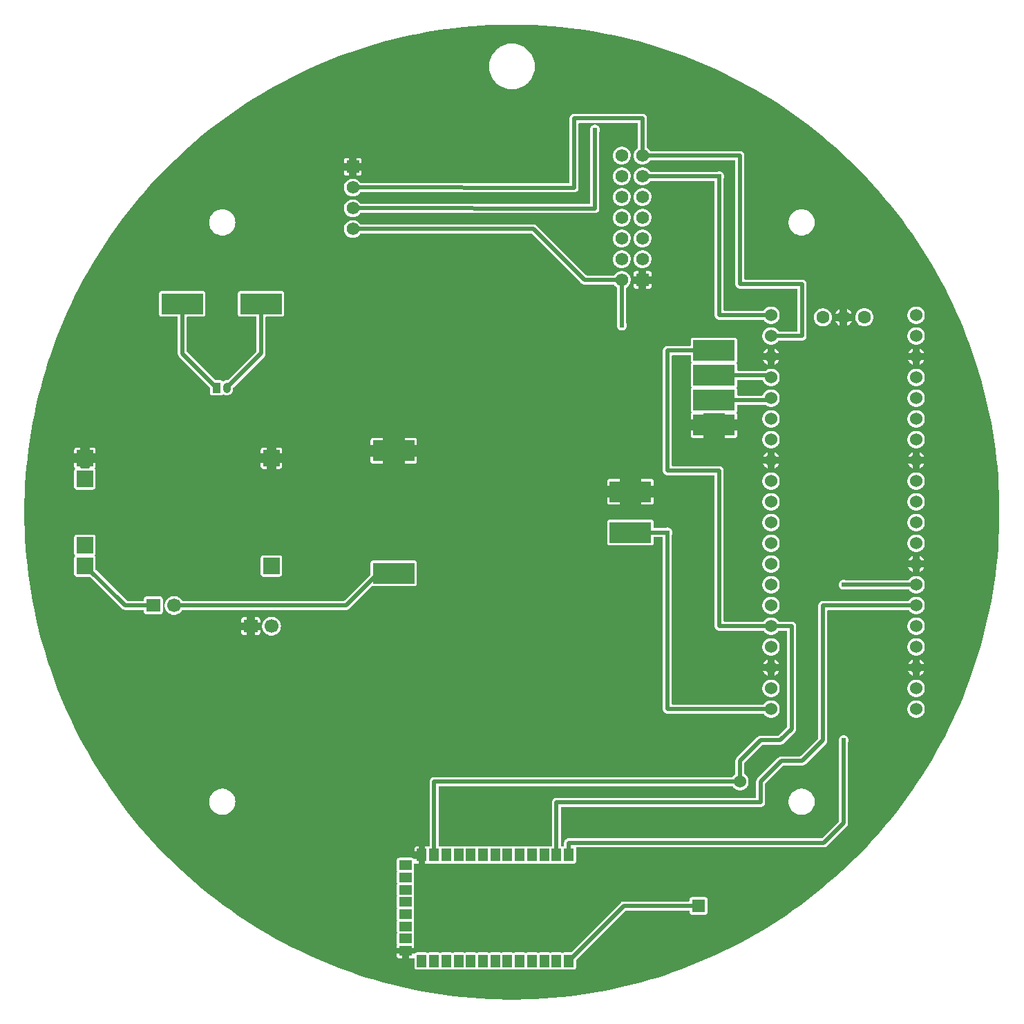
<source format=gtl>
G04 Layer: TopLayer*
G04 EasyEDA v6.5.1, 2022-05-20 13:09:05*
G04 9a472788fb3748f5b1af1517000a09b8,10*
G04 Gerber Generator version 0.2*
G04 Scale: 100 percent, Rotated: No, Reflected: No *
G04 Dimensions in millimeters *
G04 leading zeros omitted , absolute positions ,4 integer and 5 decimal *
%FSLAX45Y45*%
%MOMM*%

%ADD11C,0.5000*%
%ADD13R,1.2000X1.5000*%
%ADD14R,1.5000X1.2000*%
%ADD15R,1.5748X1.5748*%
%ADD16C,1.5748*%
%ADD18C,1.7000*%
%ADD19R,2.0000X2.0000*%
%ADD21C,1.5240*%
%ADD22C,1.6000*%
%ADD23C,0.6096*%
%ADD24C,0.9500*%

%LPD*%
G36*
X54762Y-5973876D02*
G01*
X-54965Y-5973826D01*
X-164693Y-5971844D01*
X-274370Y-5967780D01*
X-383997Y-5961735D01*
X-493420Y-5953709D01*
X-602742Y-5943600D01*
X-711809Y-5931560D01*
X-820674Y-5917488D01*
X-929233Y-5901385D01*
X-1037488Y-5883351D01*
X-1145387Y-5863285D01*
X-1252931Y-5841238D01*
X-1360017Y-5817260D01*
X-1466646Y-5791250D01*
X-1572768Y-5763361D01*
X-1678381Y-5733491D01*
X-1783435Y-5701690D01*
X-1887880Y-5667959D01*
X-1991715Y-5632297D01*
X-2094839Y-5594807D01*
X-2197252Y-5555335D01*
X-2298954Y-5514035D01*
X-2399842Y-5470906D01*
X-2499969Y-5425897D01*
X-2599232Y-5379059D01*
X-2697581Y-5330393D01*
X-2795066Y-5279898D01*
X-2891586Y-5227675D01*
X-2987141Y-5173675D01*
X-3081680Y-5117947D01*
X-3175152Y-5060442D01*
X-3267608Y-5001260D01*
X-3358946Y-4940401D01*
X-3449116Y-4877866D01*
X-3538169Y-4813655D01*
X-3626002Y-4747869D01*
X-3712616Y-4680458D01*
X-3797960Y-4611471D01*
X-3882034Y-4540910D01*
X-3964787Y-4468825D01*
X-4046220Y-4395216D01*
X-4126280Y-4320133D01*
X-4204970Y-4243628D01*
X-4282186Y-4165650D01*
X-4357979Y-4086301D01*
X-4432350Y-4005529D01*
X-4505147Y-3923436D01*
X-4576470Y-3840022D01*
X-4646269Y-3755288D01*
X-4714443Y-3669284D01*
X-4781092Y-3582060D01*
X-4846066Y-3493617D01*
X-4909413Y-3404006D01*
X-4971135Y-3313226D01*
X-5031181Y-3221380D01*
X-5089499Y-3128416D01*
X-5146090Y-3034385D01*
X-5201005Y-2939338D01*
X-5254091Y-2843276D01*
X-5305450Y-2746298D01*
X-5355031Y-2648356D01*
X-5402783Y-2549499D01*
X-5448706Y-2449830D01*
X-5492750Y-2349347D01*
X-5535015Y-2248001D01*
X-5575350Y-2145944D01*
X-5613857Y-2043175D01*
X-5650433Y-1939696D01*
X-5685129Y-1835556D01*
X-5717895Y-1730806D01*
X-5748731Y-1625498D01*
X-5777585Y-1519580D01*
X-5804560Y-1413205D01*
X-5829554Y-1306322D01*
X-5852566Y-1199032D01*
X-5873597Y-1091285D01*
X-5892647Y-983234D01*
X-5909716Y-874776D01*
X-5924804Y-766064D01*
X-5937859Y-657098D01*
X-5948934Y-547928D01*
X-5957976Y-438556D01*
X-5965037Y-329031D01*
X-5970066Y-219354D01*
X-5973114Y-109677D01*
X-5974080Y101D01*
X-5973114Y109829D01*
X-5970066Y219557D01*
X-5965037Y329184D01*
X-5957976Y438708D01*
X-5948883Y548081D01*
X-5937859Y657301D01*
X-5924753Y766267D01*
X-5909665Y874979D01*
X-5892596Y983386D01*
X-5873546Y1091488D01*
X-5852515Y1199184D01*
X-5829503Y1306525D01*
X-5804509Y1413408D01*
X-5777534Y1519783D01*
X-5748680Y1625650D01*
X-5717844Y1731010D01*
X-5685078Y1835759D01*
X-5650382Y1939899D01*
X-5613806Y2043328D01*
X-5575300Y2146147D01*
X-5534914Y2248204D01*
X-5492699Y2349500D01*
X-5448604Y2450033D01*
X-5402681Y2549702D01*
X-5354929Y2648508D01*
X-5305348Y2746451D01*
X-5254040Y2843428D01*
X-5200904Y2939491D01*
X-5146040Y3034538D01*
X-5089398Y3128568D01*
X-5031079Y3221532D01*
X-4971034Y3313429D01*
X-4909312Y3404158D01*
X-4845964Y3493770D01*
X-4780940Y3582212D01*
X-4714341Y3669436D01*
X-4646168Y3755440D01*
X-4576368Y3840175D01*
X-4505045Y3923588D01*
X-4432198Y4005681D01*
X-4357878Y4086402D01*
X-4282084Y4165803D01*
X-4204817Y4243730D01*
X-4126128Y4320286D01*
X-4046067Y4395368D01*
X-3964635Y4468926D01*
X-3881882Y4541012D01*
X-3797808Y4611573D01*
X-3712464Y4680559D01*
X-3625850Y4747971D01*
X-3538016Y4813757D01*
X-3448964Y4877968D01*
X-3358794Y4940503D01*
X-3267456Y5001361D01*
X-3175000Y5060543D01*
X-3081528Y5118049D01*
X-2986989Y5173776D01*
X-2891434Y5227777D01*
X-2794914Y5279999D01*
X-2697429Y5330444D01*
X-2599029Y5379110D01*
X-2499766Y5425948D01*
X-2399690Y5470956D01*
X-2298750Y5514136D01*
X-2197100Y5555437D01*
X-2094636Y5594858D01*
X-1991512Y5632399D01*
X-1887728Y5668010D01*
X-1783283Y5701741D01*
X-1678228Y5733542D01*
X-1572615Y5763412D01*
X-1466443Y5791301D01*
X-1359814Y5817260D01*
X-1252728Y5841288D01*
X-1145184Y5863285D01*
X-1037285Y5883351D01*
X-929030Y5901436D01*
X-820470Y5917488D01*
X-711606Y5931560D01*
X-602538Y5943650D01*
X-493268Y5953709D01*
X-383794Y5961786D01*
X-274218Y5967831D01*
X-164541Y5971844D01*
X-54762Y5973876D01*
X54965Y5973826D01*
X164693Y5971844D01*
X274370Y5967780D01*
X383997Y5961735D01*
X493420Y5953709D01*
X602742Y5943600D01*
X711809Y5931560D01*
X820674Y5917488D01*
X929233Y5901385D01*
X1037488Y5883351D01*
X1145387Y5863285D01*
X1252931Y5841238D01*
X1360017Y5817260D01*
X1466646Y5791250D01*
X1572768Y5763361D01*
X1678381Y5733491D01*
X1783435Y5701690D01*
X1887880Y5667959D01*
X1991715Y5632297D01*
X2094839Y5594807D01*
X2197252Y5555335D01*
X2298954Y5514035D01*
X2399842Y5470906D01*
X2499969Y5425897D01*
X2599232Y5379059D01*
X2697581Y5330393D01*
X2795066Y5279898D01*
X2891586Y5227675D01*
X2987141Y5173675D01*
X3081680Y5117947D01*
X3175152Y5060442D01*
X3267608Y5001260D01*
X3358946Y4940401D01*
X3449116Y4877866D01*
X3538169Y4813655D01*
X3626002Y4747869D01*
X3712616Y4680458D01*
X3797960Y4611471D01*
X3882034Y4540910D01*
X3964787Y4468825D01*
X4046220Y4395216D01*
X4126280Y4320133D01*
X4204970Y4243628D01*
X4282186Y4165650D01*
X4357979Y4086301D01*
X4432350Y4005529D01*
X4505147Y3923436D01*
X4576470Y3840022D01*
X4646269Y3755288D01*
X4714443Y3669284D01*
X4781092Y3582060D01*
X4846066Y3493617D01*
X4909464Y3404006D01*
X4971135Y3313226D01*
X5031181Y3221380D01*
X5089499Y3128416D01*
X5146090Y3034385D01*
X5201005Y2939338D01*
X5254091Y2843276D01*
X5305450Y2746298D01*
X5355031Y2648356D01*
X5402783Y2549499D01*
X5448706Y2449830D01*
X5492750Y2349347D01*
X5535015Y2248001D01*
X5575350Y2145944D01*
X5613857Y2043175D01*
X5650433Y1939696D01*
X5685129Y1835556D01*
X5717895Y1730806D01*
X5748731Y1625498D01*
X5777585Y1519580D01*
X5804560Y1413205D01*
X5829554Y1306322D01*
X5852566Y1199032D01*
X5873597Y1091285D01*
X5892647Y983234D01*
X5909716Y874776D01*
X5924804Y766064D01*
X5937859Y657098D01*
X5948934Y547928D01*
X5957976Y438556D01*
X5965037Y329031D01*
X5970066Y219354D01*
X5973114Y109677D01*
X5974080Y-101D01*
X5973114Y-109829D01*
X5970066Y-219557D01*
X5965037Y-329184D01*
X5957976Y-438708D01*
X5948883Y-548081D01*
X5937859Y-657301D01*
X5924753Y-766267D01*
X5909665Y-874979D01*
X5892596Y-983386D01*
X5873546Y-1091488D01*
X5852515Y-1199184D01*
X5829503Y-1306525D01*
X5804509Y-1413408D01*
X5777534Y-1519783D01*
X5748680Y-1625650D01*
X5717844Y-1731010D01*
X5685078Y-1835759D01*
X5650382Y-1939899D01*
X5613806Y-2043328D01*
X5575300Y-2146147D01*
X5534914Y-2248204D01*
X5492699Y-2349500D01*
X5448604Y-2450033D01*
X5402681Y-2549702D01*
X5354929Y-2648508D01*
X5305348Y-2746451D01*
X5254040Y-2843428D01*
X5200904Y-2939491D01*
X5146040Y-3034538D01*
X5089398Y-3128568D01*
X5031079Y-3221532D01*
X4971034Y-3313429D01*
X4909312Y-3404158D01*
X4845964Y-3493770D01*
X4780940Y-3582212D01*
X4714341Y-3669436D01*
X4646168Y-3755440D01*
X4576368Y-3840175D01*
X4505045Y-3923588D01*
X4432198Y-4005681D01*
X4357878Y-4086402D01*
X4282084Y-4165803D01*
X4204817Y-4243730D01*
X4126128Y-4320286D01*
X4046067Y-4395368D01*
X3964635Y-4468926D01*
X3881882Y-4541012D01*
X3797808Y-4611573D01*
X3712464Y-4680559D01*
X3625850Y-4747971D01*
X3538016Y-4813757D01*
X3448964Y-4877968D01*
X3358794Y-4940503D01*
X3267456Y-5001361D01*
X3175000Y-5060543D01*
X3081528Y-5118049D01*
X2986989Y-5173776D01*
X2891434Y-5227777D01*
X2794914Y-5279999D01*
X2697429Y-5330444D01*
X2599029Y-5379110D01*
X2499766Y-5425948D01*
X2399690Y-5470956D01*
X2298750Y-5514136D01*
X2197100Y-5555437D01*
X2094636Y-5594858D01*
X1991512Y-5632399D01*
X1887728Y-5668010D01*
X1783283Y-5701741D01*
X1678228Y-5733542D01*
X1572615Y-5763412D01*
X1466443Y-5791301D01*
X1359814Y-5817260D01*
X1252728Y-5841288D01*
X1145184Y-5863336D01*
X1037285Y-5883351D01*
X929030Y-5901436D01*
X820470Y-5917488D01*
X711606Y-5931560D01*
X602538Y-5943650D01*
X493268Y-5953709D01*
X383794Y-5961786D01*
X274218Y-5967831D01*
X164541Y-5971844D01*
G37*

%LPC*%
G36*
X0Y5180482D02*
G01*
X23164Y5181447D01*
X46177Y5184343D01*
X68834Y5189067D01*
X91084Y5195722D01*
X112674Y5204104D01*
X133502Y5214315D01*
X153416Y5226202D01*
X172262Y5239664D01*
X189992Y5254650D01*
X206349Y5271008D01*
X221335Y5288737D01*
X234797Y5307584D01*
X246684Y5327497D01*
X256895Y5348325D01*
X265277Y5369915D01*
X271932Y5392166D01*
X276656Y5414822D01*
X279552Y5437835D01*
X280517Y5461000D01*
X279552Y5484164D01*
X276656Y5507177D01*
X271932Y5529834D01*
X265277Y5552084D01*
X256895Y5573674D01*
X246684Y5594502D01*
X234797Y5614416D01*
X221335Y5633262D01*
X206349Y5650992D01*
X189992Y5667349D01*
X172262Y5682335D01*
X153416Y5695797D01*
X133502Y5707684D01*
X112674Y5717895D01*
X91084Y5726277D01*
X68834Y5732932D01*
X46177Y5737656D01*
X23164Y5740552D01*
X0Y5741517D01*
X-23164Y5740552D01*
X-46177Y5737656D01*
X-68834Y5732932D01*
X-91084Y5726277D01*
X-112674Y5717895D01*
X-133502Y5707684D01*
X-153416Y5695797D01*
X-172262Y5682335D01*
X-189992Y5667349D01*
X-206349Y5650992D01*
X-221335Y5633262D01*
X-234797Y5614416D01*
X-246684Y5594502D01*
X-256895Y5573674D01*
X-265277Y5552084D01*
X-271932Y5529834D01*
X-276656Y5507177D01*
X-279552Y5484164D01*
X-280517Y5461000D01*
X-279552Y5437835D01*
X-276656Y5414822D01*
X-271932Y5392166D01*
X-265277Y5369915D01*
X-256895Y5348325D01*
X-246684Y5327497D01*
X-234797Y5307584D01*
X-221335Y5288737D01*
X-206349Y5271008D01*
X-189992Y5254650D01*
X-172262Y5239664D01*
X-153416Y5226202D01*
X-133502Y5214315D01*
X-112674Y5204104D01*
X-91084Y5195722D01*
X-68834Y5189067D01*
X-46177Y5184343D01*
X-23164Y5181447D01*
G37*
G36*
X-2059228Y4276699D02*
G01*
X-1995728Y4276699D01*
X-1995728Y4340250D01*
X-2028240Y4340250D01*
X-2034692Y4339590D01*
X-2040382Y4337862D01*
X-2045665Y4335068D01*
X-2050288Y4331258D01*
X-2054047Y4326636D01*
X-2056892Y4321403D01*
X-2058619Y4315663D01*
X-2059228Y4309262D01*
G37*
G36*
X-1904288Y4276699D02*
G01*
X-1840738Y4276699D01*
X-1840738Y4309262D01*
X-1841398Y4315663D01*
X-1843125Y4321403D01*
X-1845919Y4326636D01*
X-1849729Y4331258D01*
X-1854352Y4335068D01*
X-1859584Y4337862D01*
X-1865325Y4339590D01*
X-1871776Y4340250D01*
X-1904288Y4340250D01*
G37*
G36*
X1339189Y4259783D02*
G01*
X1353210Y4259783D01*
X1367078Y4261612D01*
X1380642Y4265117D01*
X1393596Y4270400D01*
X1405788Y4277258D01*
X1417015Y4285640D01*
X1427073Y4295343D01*
X1435760Y4306316D01*
X1443024Y4318254D01*
X1448714Y4331055D01*
X1452676Y4344517D01*
X1454912Y4358335D01*
X1455369Y4372305D01*
X1454048Y4386224D01*
X1450898Y4399889D01*
X1446072Y4412996D01*
X1439621Y4425442D01*
X1431594Y4436922D01*
X1422196Y4447286D01*
X1411528Y4456328D01*
X1399794Y4463948D01*
X1387195Y4470044D01*
X1373886Y4474464D01*
X1360170Y4477105D01*
X1346200Y4478020D01*
X1332230Y4477105D01*
X1318514Y4474464D01*
X1305204Y4470044D01*
X1292606Y4463948D01*
X1280871Y4456328D01*
X1270203Y4447286D01*
X1260805Y4436922D01*
X1252778Y4425442D01*
X1246327Y4412996D01*
X1241501Y4399889D01*
X1238351Y4386224D01*
X1237030Y4372305D01*
X1237488Y4358335D01*
X1239723Y4344517D01*
X1243685Y4331055D01*
X1249375Y4318254D01*
X1256639Y4306316D01*
X1265326Y4295343D01*
X1275384Y4285640D01*
X1286611Y4277258D01*
X1298803Y4270400D01*
X1311757Y4265117D01*
X1325321Y4261612D01*
G37*
G36*
X-2028240Y4121759D02*
G01*
X-1995728Y4121759D01*
X-1995728Y4185259D01*
X-2059228Y4185259D01*
X-2059228Y4152747D01*
X-2058619Y4146296D01*
X-2056892Y4140606D01*
X-2054047Y4135323D01*
X-2050288Y4130700D01*
X-2045665Y4126941D01*
X-2040382Y4124147D01*
X-2034692Y4122369D01*
G37*
G36*
X-1904288Y4121759D02*
G01*
X-1871776Y4121759D01*
X-1865325Y4122369D01*
X-1859584Y4124147D01*
X-1854352Y4126941D01*
X-1849729Y4130700D01*
X-1845919Y4135323D01*
X-1843125Y4140606D01*
X-1841398Y4146296D01*
X-1840738Y4152747D01*
X-1840738Y4185259D01*
X-1904288Y4185259D01*
G37*
G36*
X1339189Y4005783D02*
G01*
X1353210Y4005783D01*
X1367078Y4007612D01*
X1380642Y4011117D01*
X1393596Y4016400D01*
X1405788Y4023258D01*
X1417015Y4031640D01*
X1427073Y4041343D01*
X1435760Y4052315D01*
X1443024Y4064254D01*
X1448714Y4077055D01*
X1452676Y4090517D01*
X1454912Y4104335D01*
X1455369Y4118305D01*
X1454048Y4132224D01*
X1450898Y4145889D01*
X1446072Y4158996D01*
X1439621Y4171442D01*
X1431594Y4182922D01*
X1422196Y4193286D01*
X1411528Y4202328D01*
X1399794Y4209948D01*
X1387195Y4216044D01*
X1373886Y4220464D01*
X1360170Y4223105D01*
X1346200Y4224020D01*
X1332230Y4223105D01*
X1318514Y4220464D01*
X1305204Y4216044D01*
X1292606Y4209948D01*
X1280871Y4202328D01*
X1270203Y4193286D01*
X1260805Y4182922D01*
X1252778Y4171442D01*
X1246327Y4158996D01*
X1241501Y4145889D01*
X1238351Y4132224D01*
X1237030Y4118305D01*
X1237488Y4104335D01*
X1239723Y4090517D01*
X1243685Y4077055D01*
X1249375Y4064254D01*
X1256639Y4052315D01*
X1265326Y4041343D01*
X1275384Y4031640D01*
X1286611Y4023258D01*
X1298803Y4016400D01*
X1311757Y4011117D01*
X1325321Y4007612D01*
G37*
G36*
X1593189Y3751783D02*
G01*
X1607210Y3751783D01*
X1621078Y3753612D01*
X1634642Y3757117D01*
X1647596Y3762400D01*
X1659788Y3769258D01*
X1671015Y3777640D01*
X1681073Y3787343D01*
X1689760Y3798315D01*
X1697024Y3810254D01*
X1702714Y3823055D01*
X1706676Y3836517D01*
X1708912Y3850335D01*
X1709369Y3864305D01*
X1708048Y3878224D01*
X1704898Y3891889D01*
X1700072Y3904996D01*
X1693621Y3917442D01*
X1685594Y3928922D01*
X1676196Y3939286D01*
X1665528Y3948328D01*
X1653793Y3955948D01*
X1641195Y3962044D01*
X1627886Y3966464D01*
X1614170Y3969105D01*
X1600200Y3970020D01*
X1586230Y3969105D01*
X1572514Y3966464D01*
X1559204Y3962044D01*
X1546606Y3955948D01*
X1534871Y3948328D01*
X1524203Y3939286D01*
X1514805Y3928922D01*
X1506778Y3917442D01*
X1500327Y3904996D01*
X1495501Y3891889D01*
X1492351Y3878224D01*
X1491030Y3864305D01*
X1491488Y3850335D01*
X1493723Y3836517D01*
X1497685Y3823055D01*
X1503375Y3810254D01*
X1510639Y3798315D01*
X1519326Y3787343D01*
X1529384Y3777640D01*
X1540611Y3769258D01*
X1552803Y3762400D01*
X1565757Y3757117D01*
X1579321Y3753612D01*
G37*
G36*
X1339189Y3751783D02*
G01*
X1353210Y3751783D01*
X1367078Y3753612D01*
X1380642Y3757117D01*
X1393596Y3762400D01*
X1405788Y3769258D01*
X1417015Y3777640D01*
X1427073Y3787343D01*
X1435760Y3798315D01*
X1443024Y3810254D01*
X1448714Y3823055D01*
X1452676Y3836517D01*
X1454912Y3850335D01*
X1455369Y3864305D01*
X1454048Y3878224D01*
X1450898Y3891889D01*
X1446072Y3904996D01*
X1439621Y3917442D01*
X1431594Y3928922D01*
X1422196Y3939286D01*
X1411528Y3948328D01*
X1399794Y3955948D01*
X1387195Y3962044D01*
X1373886Y3966464D01*
X1360170Y3969105D01*
X1346200Y3970020D01*
X1332230Y3969105D01*
X1318514Y3966464D01*
X1305204Y3962044D01*
X1292606Y3955948D01*
X1280871Y3948328D01*
X1270203Y3939286D01*
X1260805Y3928922D01*
X1252778Y3917442D01*
X1246327Y3904996D01*
X1241501Y3891889D01*
X1238351Y3878224D01*
X1237030Y3864305D01*
X1237488Y3850335D01*
X1239723Y3836517D01*
X1243685Y3823055D01*
X1249375Y3810254D01*
X1256639Y3798315D01*
X1265326Y3787343D01*
X1275384Y3777640D01*
X1286611Y3769258D01*
X1298803Y3762400D01*
X1311757Y3757117D01*
X1325321Y3753612D01*
G37*
G36*
X-1950008Y3613759D02*
G01*
X-1936038Y3614674D01*
X-1922272Y3617366D01*
X-1909013Y3621735D01*
X-1896414Y3627831D01*
X-1884680Y3635451D01*
X-1874012Y3644544D01*
X-1864614Y3654907D01*
X-1858873Y3663086D01*
X-1856638Y3665423D01*
X-1853742Y3666896D01*
X-1850542Y3667455D01*
X1015542Y3665575D01*
X1025601Y3666490D01*
X1034948Y3668979D01*
X1043686Y3673043D01*
X1051610Y3678580D01*
X1058468Y3685438D01*
X1064006Y3693312D01*
X1068120Y3702100D01*
X1070610Y3711448D01*
X1071524Y3721506D01*
X1071524Y4659477D01*
X1072337Y4663592D01*
X1073658Y4666488D01*
X1076096Y4676292D01*
X1076960Y4686300D01*
X1076096Y4696307D01*
X1073658Y4706112D01*
X1069594Y4715306D01*
X1064107Y4723739D01*
X1057300Y4731156D01*
X1049324Y4737303D01*
X1040485Y4742129D01*
X1030986Y4745380D01*
X1021029Y4747056D01*
X1010970Y4747056D01*
X1001014Y4745380D01*
X991514Y4742129D01*
X982675Y4737303D01*
X974699Y4731156D01*
X967892Y4723739D01*
X962406Y4715306D01*
X958342Y4706112D01*
X955903Y4696307D01*
X955040Y4686300D01*
X955903Y4676292D01*
X958342Y4666488D01*
X959662Y4663592D01*
X960475Y4659477D01*
X960475Y3786784D01*
X959713Y3782923D01*
X957529Y3779621D01*
X954227Y3777437D01*
X950315Y3776624D01*
X-1850440Y3778453D01*
X-1853844Y3779012D01*
X-1856841Y3780739D01*
X-1859127Y3783329D01*
X-1860397Y3785463D01*
X-1869135Y3796436D01*
X-1879193Y3806190D01*
X-1890420Y3814521D01*
X-1902612Y3821429D01*
X-1915566Y3826662D01*
X-1929130Y3830218D01*
X-1942998Y3831996D01*
X-1957019Y3831996D01*
X-1970887Y3830218D01*
X-1984400Y3826662D01*
X-1997405Y3821429D01*
X-2009597Y3814521D01*
X-2020824Y3806190D01*
X-2030882Y3796436D01*
X-2039569Y3785463D01*
X-2046833Y3773525D01*
X-2052523Y3760724D01*
X-2056485Y3747312D01*
X-2058720Y3733495D01*
X-2059178Y3719474D01*
X-2057806Y3705555D01*
X-2054707Y3691940D01*
X-2049881Y3678783D01*
X-2043379Y3666388D01*
X-2035403Y3654907D01*
X-2026005Y3644544D01*
X-2015337Y3635451D01*
X-2003602Y3627831D01*
X-1991004Y3621735D01*
X-1977694Y3617366D01*
X-1963978Y3614674D01*
G37*
G36*
X1593189Y3497783D02*
G01*
X1607210Y3497783D01*
X1621078Y3499612D01*
X1634642Y3503117D01*
X1647596Y3508400D01*
X1659788Y3515258D01*
X1671015Y3523640D01*
X1681073Y3533343D01*
X1689760Y3544315D01*
X1697024Y3556254D01*
X1702714Y3569055D01*
X1706676Y3582517D01*
X1708912Y3596335D01*
X1709369Y3610305D01*
X1708048Y3624224D01*
X1704898Y3637889D01*
X1700072Y3650996D01*
X1693621Y3663442D01*
X1685594Y3674922D01*
X1676196Y3685286D01*
X1665528Y3694328D01*
X1653793Y3701948D01*
X1641195Y3708044D01*
X1627886Y3712464D01*
X1614170Y3715105D01*
X1600200Y3716020D01*
X1586230Y3715105D01*
X1572514Y3712464D01*
X1559204Y3708044D01*
X1546606Y3701948D01*
X1534871Y3694328D01*
X1524203Y3685286D01*
X1514805Y3674922D01*
X1506778Y3663442D01*
X1500327Y3650996D01*
X1495501Y3637889D01*
X1492351Y3624224D01*
X1491030Y3610305D01*
X1491488Y3596335D01*
X1493723Y3582517D01*
X1497685Y3569055D01*
X1503375Y3556254D01*
X1510639Y3544315D01*
X1519326Y3533343D01*
X1529384Y3523640D01*
X1540611Y3515258D01*
X1552803Y3508400D01*
X1565757Y3503117D01*
X1579321Y3499612D01*
G37*
G36*
X1339189Y3497783D02*
G01*
X1353210Y3497783D01*
X1367078Y3499612D01*
X1380642Y3503117D01*
X1393596Y3508400D01*
X1405788Y3515258D01*
X1417015Y3523640D01*
X1427073Y3533343D01*
X1435760Y3544315D01*
X1443024Y3556254D01*
X1448714Y3569055D01*
X1452676Y3582517D01*
X1454912Y3596335D01*
X1455369Y3610305D01*
X1454048Y3624224D01*
X1450898Y3637889D01*
X1446072Y3650996D01*
X1439621Y3663442D01*
X1431594Y3674922D01*
X1422196Y3685286D01*
X1411528Y3694328D01*
X1399794Y3701948D01*
X1387195Y3708044D01*
X1373886Y3712464D01*
X1360170Y3715105D01*
X1346200Y3716020D01*
X1332230Y3715105D01*
X1318514Y3712464D01*
X1305204Y3708044D01*
X1292606Y3701948D01*
X1280871Y3694328D01*
X1270203Y3685286D01*
X1260805Y3674922D01*
X1252778Y3663442D01*
X1246327Y3650996D01*
X1241501Y3637889D01*
X1238351Y3624224D01*
X1237030Y3610305D01*
X1237488Y3596335D01*
X1239723Y3582517D01*
X1243685Y3569055D01*
X1249375Y3556254D01*
X1256639Y3544315D01*
X1265326Y3533343D01*
X1275384Y3523640D01*
X1286611Y3515258D01*
X1298803Y3508400D01*
X1311757Y3503117D01*
X1325321Y3499612D01*
G37*
G36*
X3541318Y3389731D02*
G01*
X3558692Y3389731D01*
X3575964Y3391611D01*
X3592931Y3395370D01*
X3609390Y3400907D01*
X3625189Y3408222D01*
X3640074Y3417163D01*
X3653891Y3427679D01*
X3666540Y3439617D01*
X3677767Y3452876D01*
X3687521Y3467252D01*
X3695649Y3482594D01*
X3702100Y3498748D01*
X3706723Y3515512D01*
X3709568Y3532632D01*
X3710482Y3550005D01*
X3709568Y3567379D01*
X3706723Y3584498D01*
X3702100Y3601262D01*
X3695649Y3617417D01*
X3687521Y3632758D01*
X3677767Y3647135D01*
X3666540Y3660394D01*
X3653891Y3672332D01*
X3640074Y3682847D01*
X3625189Y3691788D01*
X3609390Y3699103D01*
X3592931Y3704640D01*
X3575964Y3708400D01*
X3558692Y3710279D01*
X3541318Y3710279D01*
X3524046Y3708400D01*
X3507079Y3704640D01*
X3490620Y3699103D01*
X3474821Y3691788D01*
X3459937Y3682847D01*
X3446119Y3672332D01*
X3433470Y3660394D01*
X3422243Y3647135D01*
X3412490Y3632758D01*
X3404362Y3617417D01*
X3397910Y3601262D01*
X3393287Y3584498D01*
X3390442Y3567379D01*
X3389528Y3550005D01*
X3390442Y3532632D01*
X3393287Y3515512D01*
X3397910Y3498748D01*
X3404362Y3482594D01*
X3412490Y3467252D01*
X3422243Y3452876D01*
X3433470Y3439617D01*
X3446119Y3427679D01*
X3459937Y3417163D01*
X3474821Y3408222D01*
X3490620Y3400907D01*
X3507079Y3395370D01*
X3524046Y3391611D01*
G37*
G36*
X-1379270Y-5466892D02*
G01*
X-1348638Y-5466892D01*
X-1348638Y-5412740D01*
X-1410309Y-5412740D01*
X-1410309Y-5435904D01*
X-1409649Y-5442356D01*
X-1407922Y-5448046D01*
X-1405128Y-5453329D01*
X-1401318Y-5457952D01*
X-1396695Y-5461711D01*
X-1391462Y-5464556D01*
X-1385722Y-5466283D01*
G37*
G36*
X-3558692Y3389731D02*
G01*
X-3541318Y3389731D01*
X-3524046Y3391611D01*
X-3507079Y3395370D01*
X-3490620Y3400907D01*
X-3474821Y3408222D01*
X-3459937Y3417163D01*
X-3446119Y3427679D01*
X-3433470Y3439617D01*
X-3422243Y3452876D01*
X-3412490Y3467252D01*
X-3404362Y3482594D01*
X-3397910Y3498748D01*
X-3393287Y3515512D01*
X-3390442Y3532632D01*
X-3389528Y3550005D01*
X-3390442Y3567379D01*
X-3393287Y3584498D01*
X-3397910Y3601262D01*
X-3404362Y3617417D01*
X-3412490Y3632758D01*
X-3422243Y3647135D01*
X-3433470Y3660394D01*
X-3446119Y3672332D01*
X-3459937Y3682847D01*
X-3474821Y3691788D01*
X-3490620Y3699103D01*
X-3507079Y3704640D01*
X-3524046Y3708400D01*
X-3541318Y3710279D01*
X-3558692Y3710279D01*
X-3575964Y3708400D01*
X-3592931Y3704640D01*
X-3609390Y3699103D01*
X-3625189Y3691788D01*
X-3640074Y3682847D01*
X-3653891Y3672332D01*
X-3666540Y3660394D01*
X-3677767Y3647135D01*
X-3687521Y3632758D01*
X-3695649Y3617417D01*
X-3702100Y3601262D01*
X-3706723Y3584498D01*
X-3709568Y3567379D01*
X-3710482Y3550005D01*
X-3709568Y3532632D01*
X-3706723Y3515512D01*
X-3702100Y3498748D01*
X-3695649Y3482594D01*
X-3687521Y3467252D01*
X-3677767Y3452876D01*
X-3666540Y3439617D01*
X-3653891Y3427679D01*
X-3640074Y3417163D01*
X-3625189Y3408222D01*
X-3609390Y3400907D01*
X-3592931Y3395370D01*
X-3575964Y3391611D01*
G37*
G36*
X1593189Y3243783D02*
G01*
X1607210Y3243783D01*
X1621078Y3245612D01*
X1634642Y3249117D01*
X1647596Y3254400D01*
X1659788Y3261258D01*
X1671015Y3269640D01*
X1681073Y3279343D01*
X1689760Y3290315D01*
X1697024Y3302254D01*
X1702714Y3315055D01*
X1706676Y3328517D01*
X1708912Y3342335D01*
X1709369Y3356305D01*
X1708048Y3370224D01*
X1704898Y3383889D01*
X1700072Y3396996D01*
X1693621Y3409442D01*
X1685594Y3420922D01*
X1676196Y3431286D01*
X1665528Y3440328D01*
X1653793Y3447948D01*
X1641195Y3454044D01*
X1627886Y3458464D01*
X1614170Y3461105D01*
X1600200Y3462020D01*
X1586230Y3461105D01*
X1572514Y3458464D01*
X1559204Y3454044D01*
X1546606Y3447948D01*
X1534871Y3440328D01*
X1524203Y3431286D01*
X1514805Y3420922D01*
X1506778Y3409442D01*
X1500327Y3396996D01*
X1495501Y3383889D01*
X1492351Y3370224D01*
X1491030Y3356305D01*
X1491488Y3342335D01*
X1493723Y3328517D01*
X1497685Y3315055D01*
X1503375Y3302254D01*
X1510639Y3290315D01*
X1519326Y3279343D01*
X1529384Y3269640D01*
X1540611Y3261258D01*
X1552803Y3254400D01*
X1565757Y3249117D01*
X1579321Y3245612D01*
G37*
G36*
X1339189Y3243783D02*
G01*
X1353210Y3243783D01*
X1367078Y3245612D01*
X1380642Y3249117D01*
X1393596Y3254400D01*
X1405788Y3261258D01*
X1417015Y3269640D01*
X1427073Y3279343D01*
X1435760Y3290315D01*
X1443024Y3302254D01*
X1448714Y3315055D01*
X1452676Y3328517D01*
X1454912Y3342335D01*
X1455369Y3356305D01*
X1454048Y3370224D01*
X1450898Y3383889D01*
X1446072Y3396996D01*
X1439621Y3409442D01*
X1431594Y3420922D01*
X1422196Y3431286D01*
X1411528Y3440328D01*
X1399794Y3447948D01*
X1387195Y3454044D01*
X1373886Y3458464D01*
X1360170Y3461105D01*
X1346200Y3462020D01*
X1332230Y3461105D01*
X1318514Y3458464D01*
X1305204Y3454044D01*
X1292606Y3447948D01*
X1280871Y3440328D01*
X1270203Y3431286D01*
X1260805Y3420922D01*
X1252778Y3409442D01*
X1246327Y3396996D01*
X1241501Y3383889D01*
X1238351Y3370224D01*
X1237030Y3356305D01*
X1237488Y3342335D01*
X1239723Y3328517D01*
X1243685Y3315055D01*
X1249375Y3302254D01*
X1256639Y3290315D01*
X1265326Y3279343D01*
X1275384Y3269640D01*
X1286611Y3261258D01*
X1298803Y3254400D01*
X1311757Y3249117D01*
X1325321Y3245612D01*
G37*
G36*
X1593189Y2989783D02*
G01*
X1607210Y2989783D01*
X1621078Y2991612D01*
X1634642Y2995117D01*
X1647596Y3000400D01*
X1659788Y3007258D01*
X1671015Y3015640D01*
X1681073Y3025343D01*
X1689760Y3036316D01*
X1697024Y3048254D01*
X1702714Y3061055D01*
X1706676Y3074517D01*
X1708912Y3088335D01*
X1709369Y3102305D01*
X1708048Y3116224D01*
X1704898Y3129889D01*
X1700072Y3142996D01*
X1693621Y3155442D01*
X1685594Y3166922D01*
X1676196Y3177286D01*
X1665528Y3186328D01*
X1653793Y3193948D01*
X1641195Y3200044D01*
X1627886Y3204464D01*
X1614170Y3207105D01*
X1600200Y3208020D01*
X1586230Y3207105D01*
X1572514Y3204464D01*
X1559204Y3200044D01*
X1546606Y3193948D01*
X1534871Y3186328D01*
X1524203Y3177286D01*
X1514805Y3166922D01*
X1506778Y3155442D01*
X1500327Y3142996D01*
X1495501Y3129889D01*
X1492351Y3116224D01*
X1491030Y3102305D01*
X1491488Y3088335D01*
X1493723Y3074517D01*
X1497685Y3061055D01*
X1503375Y3048254D01*
X1510639Y3036316D01*
X1519326Y3025343D01*
X1529384Y3015640D01*
X1540611Y3007258D01*
X1552803Y3000400D01*
X1565757Y2995117D01*
X1579321Y2991612D01*
G37*
G36*
X1339189Y2989783D02*
G01*
X1353210Y2989783D01*
X1367078Y2991612D01*
X1380642Y2995117D01*
X1393596Y3000400D01*
X1405788Y3007258D01*
X1417015Y3015640D01*
X1427073Y3025343D01*
X1435760Y3036316D01*
X1443024Y3048254D01*
X1448714Y3061055D01*
X1452676Y3074517D01*
X1454912Y3088335D01*
X1455369Y3102305D01*
X1454048Y3116224D01*
X1450898Y3129889D01*
X1446072Y3142996D01*
X1439621Y3155442D01*
X1431594Y3166922D01*
X1422196Y3177286D01*
X1411528Y3186328D01*
X1399794Y3193948D01*
X1387195Y3200044D01*
X1373886Y3204464D01*
X1360170Y3207105D01*
X1346200Y3208020D01*
X1332230Y3207105D01*
X1318514Y3204464D01*
X1305204Y3200044D01*
X1292606Y3193948D01*
X1280871Y3186328D01*
X1270203Y3177286D01*
X1260805Y3166922D01*
X1252778Y3155442D01*
X1246327Y3142996D01*
X1241501Y3129889D01*
X1238351Y3116224D01*
X1237030Y3102305D01*
X1237488Y3088335D01*
X1239723Y3074517D01*
X1243685Y3061055D01*
X1249375Y3048254D01*
X1256639Y3036316D01*
X1265326Y3025343D01*
X1275384Y3015640D01*
X1286611Y3007258D01*
X1298803Y3000400D01*
X1311757Y2995117D01*
X1325321Y2991612D01*
G37*
G36*
X1490980Y2890520D02*
G01*
X1554480Y2890520D01*
X1554480Y2954020D01*
X1521968Y2954020D01*
X1515516Y2953410D01*
X1509826Y2951683D01*
X1504543Y2948838D01*
X1499920Y2945079D01*
X1496161Y2940456D01*
X1493316Y2935173D01*
X1491589Y2929483D01*
X1490980Y2923032D01*
G37*
G36*
X1645920Y2890520D02*
G01*
X1709470Y2890520D01*
X1709470Y2923032D01*
X1708810Y2929483D01*
X1707083Y2935173D01*
X1704238Y2940456D01*
X1700479Y2945079D01*
X1695856Y2948838D01*
X1690573Y2951683D01*
X1684883Y2953410D01*
X1678432Y2954020D01*
X1645920Y2954020D01*
G37*
G36*
X1521968Y2735529D02*
G01*
X1554480Y2735529D01*
X1554480Y2799080D01*
X1490980Y2799080D01*
X1490980Y2766568D01*
X1491589Y2760116D01*
X1493316Y2754426D01*
X1496161Y2749143D01*
X1499920Y2744520D01*
X1504543Y2740761D01*
X1509826Y2737916D01*
X1515516Y2736189D01*
G37*
G36*
X1645920Y2735529D02*
G01*
X1678432Y2735529D01*
X1684883Y2736189D01*
X1690573Y2737916D01*
X1695856Y2740761D01*
X1700479Y2744520D01*
X1704238Y2749143D01*
X1707083Y2754426D01*
X1708810Y2760116D01*
X1709470Y2766568D01*
X1709470Y2799080D01*
X1645920Y2799080D01*
G37*
G36*
X4110329Y2433929D02*
G01*
X4164076Y2433929D01*
X4161942Y2438704D01*
X4154627Y2450795D01*
X4145787Y2461869D01*
X4135628Y2471724D01*
X4124248Y2480208D01*
X4111955Y2487168D01*
X4110329Y2487777D01*
G37*
G36*
X3963924Y2433929D02*
G01*
X4017670Y2433929D01*
X4017670Y2487777D01*
X4016044Y2487168D01*
X4003751Y2480208D01*
X3992372Y2471724D01*
X3982212Y2461869D01*
X3973372Y2450795D01*
X3966057Y2438704D01*
G37*
G36*
X3175000Y2306320D02*
G01*
X3188919Y2307234D01*
X3202635Y2309926D01*
X3215843Y2314448D01*
X3228340Y2320594D01*
X3239922Y2328367D01*
X3250438Y2337562D01*
X3259632Y2348077D01*
X3267405Y2359660D01*
X3273552Y2372156D01*
X3278073Y2385364D01*
X3280765Y2399080D01*
X3281679Y2413000D01*
X3280765Y2426919D01*
X3278073Y2440635D01*
X3273552Y2453843D01*
X3267405Y2466340D01*
X3259632Y2477922D01*
X3250438Y2488438D01*
X3239922Y2497632D01*
X3228340Y2505405D01*
X3215843Y2511552D01*
X3202635Y2516073D01*
X3188919Y2518765D01*
X3175000Y2519680D01*
X3161080Y2518765D01*
X3147364Y2516073D01*
X3134156Y2511552D01*
X3121660Y2505405D01*
X3110077Y2497632D01*
X3099562Y2488438D01*
X3090367Y2477922D01*
X3087065Y2473045D01*
X3084830Y2470607D01*
X3081883Y2469032D01*
X3078632Y2468524D01*
X2605684Y2468524D01*
X2601772Y2469286D01*
X2598470Y2471470D01*
X2596286Y2474772D01*
X2595524Y2478684D01*
X2595524Y4087977D01*
X2596337Y4092092D01*
X2597658Y4094987D01*
X2600096Y4104792D01*
X2600960Y4114800D01*
X2600096Y4124807D01*
X2597658Y4134612D01*
X2593594Y4143806D01*
X2588107Y4152239D01*
X2581300Y4159656D01*
X2573324Y4165803D01*
X2564485Y4170629D01*
X2554986Y4173880D01*
X2545029Y4175556D01*
X2534970Y4175556D01*
X2525014Y4173880D01*
X2516225Y4170832D01*
X2512923Y4170324D01*
X1699666Y4170324D01*
X1696466Y4170832D01*
X1693621Y4172305D01*
X1691335Y4174642D01*
X1685594Y4182922D01*
X1676196Y4193286D01*
X1665528Y4202328D01*
X1653793Y4209948D01*
X1641195Y4216044D01*
X1627886Y4220464D01*
X1614170Y4223105D01*
X1600200Y4224020D01*
X1586230Y4223105D01*
X1572514Y4220464D01*
X1559204Y4216044D01*
X1546606Y4209948D01*
X1534871Y4202328D01*
X1524203Y4193286D01*
X1514805Y4182922D01*
X1506778Y4171442D01*
X1500327Y4158996D01*
X1495501Y4145889D01*
X1492351Y4132224D01*
X1491030Y4118305D01*
X1491488Y4104335D01*
X1493723Y4090517D01*
X1497685Y4077055D01*
X1503375Y4064254D01*
X1510639Y4052315D01*
X1519326Y4041343D01*
X1529384Y4031640D01*
X1540611Y4023258D01*
X1552803Y4016400D01*
X1565757Y4011117D01*
X1579321Y4007612D01*
X1593189Y4005783D01*
X1607210Y4005783D01*
X1621078Y4007612D01*
X1634642Y4011117D01*
X1647596Y4016400D01*
X1659788Y4023258D01*
X1671015Y4031640D01*
X1681073Y4041343D01*
X1689760Y4052315D01*
X1691030Y4054398D01*
X1693316Y4056989D01*
X1696313Y4058716D01*
X1699717Y4059275D01*
X2474315Y4059275D01*
X2478227Y4058513D01*
X2481529Y4056329D01*
X2483713Y4053027D01*
X2484475Y4049115D01*
X2484475Y2413457D01*
X2485390Y2403348D01*
X2487879Y2394051D01*
X2491943Y2385263D01*
X2497531Y2377338D01*
X2504338Y2370531D01*
X2512263Y2364943D01*
X2521051Y2360879D01*
X2530348Y2358390D01*
X2540457Y2357475D01*
X3078632Y2357475D01*
X3081883Y2356967D01*
X3084830Y2355392D01*
X3087065Y2352954D01*
X3090367Y2348077D01*
X3099562Y2337562D01*
X3110077Y2328367D01*
X3121660Y2320594D01*
X3134156Y2314448D01*
X3147364Y2309926D01*
X3161080Y2307234D01*
G37*
G36*
X4953000Y2306320D02*
G01*
X4966919Y2307234D01*
X4980635Y2309926D01*
X4993843Y2314448D01*
X5006340Y2320594D01*
X5017922Y2328367D01*
X5028438Y2337562D01*
X5037632Y2348077D01*
X5045405Y2359660D01*
X5051552Y2372156D01*
X5056073Y2385364D01*
X5058765Y2399080D01*
X5059680Y2413000D01*
X5058765Y2426919D01*
X5056073Y2440635D01*
X5051552Y2453843D01*
X5045405Y2466340D01*
X5037632Y2477922D01*
X5028438Y2488438D01*
X5017922Y2497632D01*
X5006340Y2505405D01*
X4993843Y2511552D01*
X4980635Y2516073D01*
X4966919Y2518765D01*
X4953000Y2519680D01*
X4939080Y2518765D01*
X4925364Y2516073D01*
X4912156Y2511552D01*
X4899660Y2505405D01*
X4888077Y2497632D01*
X4877562Y2488438D01*
X4868367Y2477922D01*
X4860594Y2466340D01*
X4854448Y2453843D01*
X4849926Y2440635D01*
X4847234Y2426919D01*
X4846320Y2413000D01*
X4847234Y2399080D01*
X4849926Y2385364D01*
X4854448Y2372156D01*
X4860594Y2359660D01*
X4868367Y2348077D01*
X4877562Y2337562D01*
X4888077Y2328367D01*
X4899660Y2320594D01*
X4912156Y2314448D01*
X4925364Y2309926D01*
X4939080Y2307234D01*
G37*
G36*
X-1410309Y-5340045D02*
G01*
X-1348638Y-5340045D01*
X-1348638Y-5327091D01*
X-1347876Y-5323179D01*
X-1345641Y-5319877D01*
X-1342339Y-5317693D01*
X-1338478Y-5316931D01*
X-1271117Y-5316931D01*
X-1267206Y-5317693D01*
X-1263904Y-5319877D01*
X-1261719Y-5323179D01*
X-1260957Y-5327091D01*
X-1260957Y-5340045D01*
X-1199286Y-5340045D01*
X-1199286Y-5316880D01*
X-1199896Y-5310479D01*
X-1201775Y-5304332D01*
X-1202182Y-5301386D01*
X-1201775Y-5298440D01*
X-1199896Y-5292344D01*
X-1199286Y-5285892D01*
X-1199286Y-5166918D01*
X-1199896Y-5160467D01*
X-1201775Y-5154371D01*
X-1202182Y-5151424D01*
X-1201775Y-5148478D01*
X-1199896Y-5142331D01*
X-1199286Y-5135930D01*
X-1199286Y-5016906D01*
X-1199896Y-5010454D01*
X-1201775Y-5004358D01*
X-1202182Y-5001412D01*
X-1201775Y-4998466D01*
X-1199896Y-4992370D01*
X-1199286Y-4985918D01*
X-1199286Y-4866894D01*
X-1199896Y-4860442D01*
X-1201775Y-4854346D01*
X-1202182Y-4851400D01*
X-1201775Y-4848453D01*
X-1199896Y-4842357D01*
X-1199286Y-4835906D01*
X-1199286Y-4716881D01*
X-1199896Y-4710480D01*
X-1201775Y-4704334D01*
X-1202182Y-4701387D01*
X-1201775Y-4698441D01*
X-1199896Y-4692345D01*
X-1199286Y-4685893D01*
X-1199286Y-4566920D01*
X-1199896Y-4560468D01*
X-1201775Y-4554372D01*
X-1202182Y-4551426D01*
X-1201775Y-4548479D01*
X-1199896Y-4542332D01*
X-1199286Y-4535881D01*
X-1199286Y-4416907D01*
X-1199896Y-4410456D01*
X-1201775Y-4404360D01*
X-1202182Y-4401413D01*
X-1201775Y-4398467D01*
X-1199896Y-4392371D01*
X-1199286Y-4385919D01*
X-1199286Y-4308805D01*
X-1198575Y-4305046D01*
X-1196543Y-4301845D01*
X-1193444Y-4299610D01*
X-1189786Y-4298645D01*
X-1186027Y-4299102D01*
X-1181709Y-4301744D01*
X-1176426Y-4304538D01*
X-1170736Y-4306265D01*
X-1164285Y-4306925D01*
X-1141120Y-4306925D01*
X-1141120Y-4245254D01*
X-1204163Y-4245254D01*
X-1207566Y-4244644D01*
X-1210614Y-4242968D01*
X-1212850Y-4241088D01*
X-1218133Y-4238244D01*
X-1223822Y-4236516D01*
X-1230274Y-4235907D01*
X-1379270Y-4235907D01*
X-1385722Y-4236516D01*
X-1391462Y-4238244D01*
X-1396695Y-4241088D01*
X-1401318Y-4244848D01*
X-1405128Y-4249470D01*
X-1407922Y-4254754D01*
X-1409649Y-4260443D01*
X-1410309Y-4266895D01*
X-1410309Y-4385919D01*
X-1409649Y-4392371D01*
X-1407820Y-4398467D01*
X-1407363Y-4401413D01*
X-1407820Y-4404360D01*
X-1409649Y-4410456D01*
X-1410309Y-4416907D01*
X-1410309Y-4535881D01*
X-1409649Y-4542332D01*
X-1407820Y-4548479D01*
X-1407363Y-4551426D01*
X-1407820Y-4554372D01*
X-1409649Y-4560468D01*
X-1410309Y-4566920D01*
X-1410309Y-4685893D01*
X-1409649Y-4692345D01*
X-1407820Y-4698441D01*
X-1407363Y-4701387D01*
X-1407820Y-4704334D01*
X-1409649Y-4710480D01*
X-1410309Y-4716881D01*
X-1410309Y-4835906D01*
X-1409649Y-4842357D01*
X-1407820Y-4848453D01*
X-1407363Y-4851400D01*
X-1407820Y-4854346D01*
X-1409649Y-4860442D01*
X-1410309Y-4866894D01*
X-1410309Y-4985918D01*
X-1409649Y-4992370D01*
X-1407820Y-4998466D01*
X-1407363Y-5001412D01*
X-1407820Y-5004358D01*
X-1409649Y-5010454D01*
X-1410309Y-5016906D01*
X-1410309Y-5135930D01*
X-1409649Y-5142331D01*
X-1407820Y-5148478D01*
X-1407363Y-5151424D01*
X-1407820Y-5154371D01*
X-1409649Y-5160467D01*
X-1410309Y-5166918D01*
X-1410309Y-5285892D01*
X-1409649Y-5292344D01*
X-1407820Y-5298440D01*
X-1407363Y-5301386D01*
X-1407820Y-5304332D01*
X-1409649Y-5310479D01*
X-1410309Y-5316880D01*
G37*
G36*
X4017670Y2287524D02*
G01*
X4017670Y2341270D01*
X3963822Y2341270D01*
X3969512Y2330348D01*
X3977640Y2318715D01*
X3987139Y2308250D01*
X3997909Y2299055D01*
X4009796Y2291334D01*
G37*
G36*
X4110329Y2287524D02*
G01*
X4118203Y2291334D01*
X4130090Y2299055D01*
X4140860Y2308250D01*
X4150360Y2318715D01*
X4158487Y2330348D01*
X4164177Y2341270D01*
X4110329Y2341270D01*
G37*
G36*
X3802938Y2277364D02*
G01*
X3817061Y2277364D01*
X3831132Y2279142D01*
X3844798Y2282748D01*
X3857955Y2288032D01*
X3870248Y2294991D01*
X3881628Y2303475D01*
X3891787Y2313330D01*
X3900627Y2324404D01*
X3907942Y2336495D01*
X3913682Y2349449D01*
X3917696Y2363012D01*
X3919982Y2376982D01*
X3920439Y2391156D01*
X3919067Y2405227D01*
X3915918Y2419045D01*
X3911041Y2432304D01*
X3904487Y2444851D01*
X3896360Y2456484D01*
X3886860Y2466949D01*
X3876090Y2476144D01*
X3864203Y2483866D01*
X3851452Y2490012D01*
X3838041Y2494483D01*
X3824122Y2497175D01*
X3810000Y2498090D01*
X3795877Y2497175D01*
X3781958Y2494483D01*
X3768547Y2490012D01*
X3755796Y2483866D01*
X3743909Y2476144D01*
X3733139Y2466949D01*
X3723640Y2456484D01*
X3715512Y2444851D01*
X3708958Y2432304D01*
X3704082Y2419045D01*
X3700932Y2405227D01*
X3699560Y2391156D01*
X3700018Y2376982D01*
X3702304Y2363012D01*
X3706317Y2349449D01*
X3712057Y2336495D01*
X3719372Y2324404D01*
X3728212Y2313330D01*
X3738372Y2303475D01*
X3749751Y2294991D01*
X3762044Y2288032D01*
X3775201Y2282748D01*
X3788867Y2279142D01*
G37*
G36*
X-1068425Y-4306925D02*
G01*
X-1045260Y-4306925D01*
X-1038860Y-4306265D01*
X-1032713Y-4304436D01*
X-1029766Y-4303979D01*
X-1026820Y-4304436D01*
X-1020724Y-4306265D01*
X-1014272Y-4306925D01*
X-895299Y-4306925D01*
X-888847Y-4306265D01*
X-882751Y-4304436D01*
X-879805Y-4303979D01*
X-876858Y-4304436D01*
X-870712Y-4306265D01*
X-864260Y-4306925D01*
X-745286Y-4306925D01*
X-738835Y-4306265D01*
X-732739Y-4304436D01*
X-729792Y-4303979D01*
X-726846Y-4304436D01*
X-720750Y-4306265D01*
X-714298Y-4306925D01*
X-595274Y-4306925D01*
X-588822Y-4306265D01*
X-582726Y-4304436D01*
X-579780Y-4303979D01*
X-576834Y-4304436D01*
X-570738Y-4306265D01*
X-564286Y-4306925D01*
X-445262Y-4306925D01*
X-438861Y-4306265D01*
X-432714Y-4304436D01*
X-429768Y-4303979D01*
X-426821Y-4304436D01*
X-420725Y-4306265D01*
X-414274Y-4306925D01*
X-295300Y-4306925D01*
X-288848Y-4306265D01*
X-282752Y-4304436D01*
X-279806Y-4303979D01*
X-276860Y-4304436D01*
X-270713Y-4306265D01*
X-264261Y-4306925D01*
X-145288Y-4306925D01*
X-138836Y-4306265D01*
X-132740Y-4304436D01*
X-129794Y-4303979D01*
X-126847Y-4304436D01*
X-120751Y-4306265D01*
X-114300Y-4306925D01*
X4724Y-4306925D01*
X11176Y-4306265D01*
X17272Y-4304436D01*
X20218Y-4303979D01*
X23164Y-4304436D01*
X29260Y-4306265D01*
X35712Y-4306925D01*
X154736Y-4306925D01*
X161137Y-4306265D01*
X167284Y-4304436D01*
X170230Y-4303979D01*
X173177Y-4304436D01*
X179273Y-4306265D01*
X185724Y-4306925D01*
X304698Y-4306925D01*
X311150Y-4306265D01*
X317246Y-4304436D01*
X320192Y-4303979D01*
X323189Y-4304436D01*
X329285Y-4306265D01*
X335737Y-4306925D01*
X454710Y-4306925D01*
X461162Y-4306265D01*
X467258Y-4304436D01*
X470204Y-4303979D01*
X473151Y-4304436D01*
X479298Y-4306265D01*
X485698Y-4306925D01*
X604723Y-4306925D01*
X611174Y-4306265D01*
X617270Y-4304436D01*
X620217Y-4303979D01*
X623163Y-4304436D01*
X629259Y-4306265D01*
X635711Y-4306925D01*
X754735Y-4306925D01*
X761136Y-4306265D01*
X766876Y-4304538D01*
X772160Y-4301744D01*
X776732Y-4297934D01*
X780542Y-4293311D01*
X783336Y-4288078D01*
X785063Y-4282338D01*
X785723Y-4275886D01*
X785723Y-4126890D01*
X784504Y-4116171D01*
X785520Y-4112514D01*
X787755Y-4109516D01*
X790956Y-4107484D01*
X794664Y-4106824D01*
X3822496Y-4106824D01*
X3827526Y-4106570D01*
X3832351Y-4105960D01*
X3837076Y-4104894D01*
X3841699Y-4103471D01*
X3846169Y-4101592D01*
X3850436Y-4099356D01*
X3854551Y-4096765D01*
X3858361Y-4093819D01*
X3862120Y-4090415D01*
X4103115Y-3849420D01*
X4106519Y-3845661D01*
X4109465Y-3841851D01*
X4112056Y-3837736D01*
X4114292Y-3833469D01*
X4116171Y-3828999D01*
X4117594Y-3824376D01*
X4118660Y-3819651D01*
X4119270Y-3814826D01*
X4119524Y-3809796D01*
X4119524Y-2820822D01*
X4120337Y-2816707D01*
X4121658Y-2813812D01*
X4124096Y-2804007D01*
X4124960Y-2794000D01*
X4124096Y-2783992D01*
X4121658Y-2774188D01*
X4117594Y-2764993D01*
X4112107Y-2756560D01*
X4105300Y-2749143D01*
X4097324Y-2742996D01*
X4088485Y-2738170D01*
X4078986Y-2734919D01*
X4069029Y-2733243D01*
X4058970Y-2733243D01*
X4049014Y-2734919D01*
X4039514Y-2738170D01*
X4030675Y-2742996D01*
X4022699Y-2749143D01*
X4015892Y-2756560D01*
X4010406Y-2764993D01*
X4006342Y-2774188D01*
X4003903Y-2783992D01*
X4003040Y-2794000D01*
X4003903Y-2804007D01*
X4006342Y-2813812D01*
X4007662Y-2816707D01*
X4008475Y-2820822D01*
X4008475Y-3782822D01*
X4007713Y-3786682D01*
X4005529Y-3789984D01*
X3802684Y-3992829D01*
X3799382Y-3995013D01*
X3795522Y-3995775D01*
X695655Y-3995775D01*
X685596Y-3996690D01*
X676249Y-3999179D01*
X667512Y-4003243D01*
X659587Y-4008831D01*
X652729Y-4015638D01*
X647192Y-4023563D01*
X643077Y-4032351D01*
X640588Y-4041648D01*
X639724Y-4051757D01*
X639724Y-4086301D01*
X639013Y-4089958D01*
X637082Y-4093108D01*
X634136Y-4095343D01*
X629259Y-4096512D01*
X623163Y-4098391D01*
X620217Y-4098798D01*
X617270Y-4098391D01*
X611174Y-4096512D01*
X606450Y-4095394D01*
X603453Y-4093108D01*
X601522Y-4089958D01*
X600862Y-4086301D01*
X600862Y-3621684D01*
X601624Y-3617772D01*
X603808Y-3614470D01*
X607110Y-3612286D01*
X611022Y-3611524D01*
X3047542Y-3611524D01*
X3057652Y-3610610D01*
X3066948Y-3608120D01*
X3075736Y-3604056D01*
X3083661Y-3598468D01*
X3090468Y-3591661D01*
X3096056Y-3583736D01*
X3100120Y-3574948D01*
X3102610Y-3565651D01*
X3103524Y-3555542D01*
X3103524Y-3329178D01*
X3104286Y-3325317D01*
X3106470Y-3322015D01*
X3322015Y-3106470D01*
X3325317Y-3104286D01*
X3329178Y-3103524D01*
X3555796Y-3103524D01*
X3560826Y-3103270D01*
X3565651Y-3102660D01*
X3570376Y-3101594D01*
X3574999Y-3100171D01*
X3579469Y-3098292D01*
X3583736Y-3096056D01*
X3587851Y-3093466D01*
X3591661Y-3090519D01*
X3595420Y-3087116D01*
X3849115Y-2833420D01*
X3852519Y-2829661D01*
X3855465Y-2825851D01*
X3858056Y-2821736D01*
X3860292Y-2817469D01*
X3862171Y-2812999D01*
X3863594Y-2808376D01*
X3864660Y-2803652D01*
X3865270Y-2798826D01*
X3865524Y-2793796D01*
X3865524Y-1208684D01*
X3866286Y-1204772D01*
X3868470Y-1201470D01*
X3871772Y-1199286D01*
X3875684Y-1198524D01*
X4856632Y-1198524D01*
X4859883Y-1199032D01*
X4862830Y-1200607D01*
X4865065Y-1203045D01*
X4868367Y-1207922D01*
X4877562Y-1218438D01*
X4888077Y-1227632D01*
X4899660Y-1235405D01*
X4912156Y-1241552D01*
X4925364Y-1246073D01*
X4939080Y-1248765D01*
X4953000Y-1249680D01*
X4966919Y-1248765D01*
X4980635Y-1246073D01*
X4993843Y-1241552D01*
X5006340Y-1235405D01*
X5017922Y-1227632D01*
X5028438Y-1218438D01*
X5037632Y-1207922D01*
X5045405Y-1196340D01*
X5051552Y-1183843D01*
X5056073Y-1170635D01*
X5058765Y-1156919D01*
X5059680Y-1143000D01*
X5058765Y-1129080D01*
X5056073Y-1115364D01*
X5051552Y-1102156D01*
X5045405Y-1089660D01*
X5037632Y-1078077D01*
X5028438Y-1067562D01*
X5017922Y-1058367D01*
X5006340Y-1050594D01*
X4993843Y-1044448D01*
X4980635Y-1039926D01*
X4966919Y-1037234D01*
X4953000Y-1036319D01*
X4939080Y-1037234D01*
X4925364Y-1039926D01*
X4912156Y-1044448D01*
X4899660Y-1050594D01*
X4888077Y-1058367D01*
X4877562Y-1067562D01*
X4868367Y-1078077D01*
X4865065Y-1082954D01*
X4862830Y-1085392D01*
X4859883Y-1086967D01*
X4856632Y-1087475D01*
X3810457Y-1087475D01*
X3800348Y-1088390D01*
X3791051Y-1090879D01*
X3782263Y-1094943D01*
X3774338Y-1100531D01*
X3767531Y-1107338D01*
X3761943Y-1115263D01*
X3757879Y-1124051D01*
X3755390Y-1133348D01*
X3754475Y-1143457D01*
X3754475Y-2766822D01*
X3753713Y-2770682D01*
X3751529Y-2773984D01*
X3535984Y-2989529D01*
X3532682Y-2991713D01*
X3528822Y-2992475D01*
X3302203Y-2992475D01*
X3297174Y-2992729D01*
X3292348Y-2993339D01*
X3287623Y-2994406D01*
X3283000Y-2995828D01*
X3278530Y-2997708D01*
X3274263Y-2999943D01*
X3270148Y-3002534D01*
X3266338Y-3005480D01*
X3262579Y-3008884D01*
X3008884Y-3262579D01*
X3005480Y-3266338D01*
X3002534Y-3270148D01*
X2999943Y-3274263D01*
X2997708Y-3278530D01*
X2995828Y-3283000D01*
X2994406Y-3287623D01*
X2993339Y-3292348D01*
X2992729Y-3297174D01*
X2992475Y-3302203D01*
X2992475Y-3490315D01*
X2991713Y-3494227D01*
X2989529Y-3497529D01*
X2986227Y-3499713D01*
X2982315Y-3500475D01*
X545795Y-3500475D01*
X535686Y-3501390D01*
X526389Y-3503879D01*
X517601Y-3507943D01*
X509676Y-3513531D01*
X502869Y-3520338D01*
X497281Y-3528263D01*
X493217Y-3537051D01*
X490728Y-3546348D01*
X489813Y-3556457D01*
X489813Y-4086301D01*
X489153Y-4089958D01*
X487222Y-4093108D01*
X484225Y-4095343D01*
X479298Y-4096512D01*
X473151Y-4098391D01*
X470204Y-4098798D01*
X467258Y-4098391D01*
X461162Y-4096512D01*
X454710Y-4095902D01*
X335737Y-4095902D01*
X329285Y-4096512D01*
X323189Y-4098391D01*
X320192Y-4098798D01*
X317246Y-4098391D01*
X311150Y-4096512D01*
X304698Y-4095902D01*
X185724Y-4095902D01*
X179273Y-4096512D01*
X173177Y-4098391D01*
X170230Y-4098798D01*
X167284Y-4098391D01*
X161137Y-4096512D01*
X154736Y-4095902D01*
X35712Y-4095902D01*
X29260Y-4096512D01*
X23164Y-4098391D01*
X20218Y-4098798D01*
X17272Y-4098391D01*
X11176Y-4096512D01*
X4724Y-4095902D01*
X-114300Y-4095902D01*
X-120751Y-4096512D01*
X-126847Y-4098391D01*
X-129794Y-4098798D01*
X-132740Y-4098391D01*
X-138836Y-4096512D01*
X-145288Y-4095902D01*
X-264261Y-4095902D01*
X-270713Y-4096512D01*
X-276860Y-4098391D01*
X-279806Y-4098798D01*
X-282752Y-4098391D01*
X-288848Y-4096512D01*
X-295300Y-4095902D01*
X-414274Y-4095902D01*
X-420725Y-4096512D01*
X-426821Y-4098391D01*
X-429768Y-4098798D01*
X-432714Y-4098391D01*
X-438861Y-4096512D01*
X-445262Y-4095902D01*
X-564286Y-4095902D01*
X-570738Y-4096512D01*
X-576834Y-4098391D01*
X-579780Y-4098798D01*
X-582726Y-4098391D01*
X-588822Y-4096512D01*
X-595274Y-4095902D01*
X-714298Y-4095902D01*
X-720750Y-4096512D01*
X-726846Y-4098391D01*
X-729792Y-4098798D01*
X-732739Y-4098391D01*
X-738835Y-4096512D01*
X-745286Y-4095902D01*
X-864260Y-4095902D01*
X-870712Y-4096512D01*
X-876858Y-4098391D01*
X-879805Y-4098798D01*
X-882751Y-4098391D01*
X-893419Y-4095394D01*
X-896366Y-4093159D01*
X-898296Y-4089958D01*
X-899007Y-4086301D01*
X-897178Y-3367633D01*
X-896366Y-3363772D01*
X-894181Y-3360470D01*
X-890879Y-3358286D01*
X-887018Y-3357524D01*
X2697632Y-3357524D01*
X2700883Y-3358032D01*
X2703830Y-3359607D01*
X2706065Y-3362045D01*
X2709367Y-3366922D01*
X2718562Y-3377437D01*
X2729077Y-3386632D01*
X2740660Y-3394405D01*
X2753156Y-3400551D01*
X2766364Y-3405073D01*
X2780080Y-3407765D01*
X2794000Y-3408679D01*
X2807919Y-3407765D01*
X2821635Y-3405073D01*
X2834843Y-3400551D01*
X2847340Y-3394405D01*
X2858922Y-3386632D01*
X2869438Y-3377437D01*
X2878632Y-3366922D01*
X2886405Y-3355340D01*
X2892552Y-3342843D01*
X2897073Y-3329635D01*
X2899765Y-3315919D01*
X2900680Y-3302000D01*
X2899765Y-3288080D01*
X2897073Y-3274364D01*
X2892552Y-3261156D01*
X2886405Y-3248660D01*
X2878632Y-3237077D01*
X2869438Y-3226562D01*
X2858922Y-3217367D01*
X2854045Y-3214065D01*
X2851607Y-3211830D01*
X2850032Y-3208883D01*
X2849524Y-3205632D01*
X2849524Y-3075178D01*
X2850286Y-3071317D01*
X2852470Y-3068015D01*
X3068015Y-2852470D01*
X3071317Y-2850286D01*
X3075178Y-2849524D01*
X3289096Y-2849524D01*
X3294126Y-2849270D01*
X3298951Y-2848660D01*
X3303676Y-2847594D01*
X3308299Y-2846171D01*
X3312769Y-2844292D01*
X3317036Y-2842056D01*
X3321151Y-2839466D01*
X3324961Y-2836519D01*
X3328720Y-2833116D01*
X3468115Y-2693720D01*
X3471519Y-2689961D01*
X3474465Y-2686151D01*
X3477056Y-2682036D01*
X3479292Y-2677769D01*
X3481171Y-2673299D01*
X3482594Y-2668676D01*
X3483660Y-2663952D01*
X3484270Y-2659126D01*
X3484524Y-2654096D01*
X3484524Y-1397457D01*
X3483610Y-1387348D01*
X3481120Y-1378051D01*
X3477056Y-1369263D01*
X3471468Y-1361338D01*
X3464661Y-1354531D01*
X3456736Y-1348943D01*
X3447948Y-1344879D01*
X3438651Y-1342390D01*
X3428542Y-1341475D01*
X3271367Y-1341475D01*
X3268116Y-1340967D01*
X3265170Y-1339392D01*
X3262934Y-1336954D01*
X3259632Y-1332077D01*
X3250438Y-1321562D01*
X3239922Y-1312367D01*
X3228340Y-1304594D01*
X3215843Y-1298448D01*
X3202635Y-1293926D01*
X3188919Y-1291234D01*
X3175000Y-1290320D01*
X3161080Y-1291234D01*
X3147364Y-1293926D01*
X3134156Y-1298448D01*
X3121660Y-1304594D01*
X3110077Y-1312367D01*
X3099562Y-1321562D01*
X3090367Y-1332077D01*
X3087065Y-1336954D01*
X3084830Y-1339392D01*
X3081883Y-1340967D01*
X3078632Y-1341475D01*
X2605684Y-1341475D01*
X2601772Y-1340713D01*
X2598470Y-1338529D01*
X2596286Y-1335227D01*
X2595524Y-1331315D01*
X2595524Y507542D01*
X2594610Y517651D01*
X2592120Y526948D01*
X2588056Y535736D01*
X2582468Y543661D01*
X2575661Y550468D01*
X2567736Y556056D01*
X2558948Y560120D01*
X2549652Y562610D01*
X2539542Y563524D01*
X1970684Y563524D01*
X1966772Y564286D01*
X1963470Y566470D01*
X1961286Y569772D01*
X1960524Y573684D01*
X1960524Y1915515D01*
X1961286Y1919427D01*
X1963470Y1922729D01*
X1966772Y1924913D01*
X1970684Y1925675D01*
X2181860Y1925675D01*
X2185720Y1924913D01*
X2189022Y1922729D01*
X2191207Y1919427D01*
X2192020Y1915515D01*
X2192020Y1854707D01*
X2192629Y1848256D01*
X2194356Y1842566D01*
X2197201Y1837283D01*
X2198827Y1835251D01*
X2200554Y1832203D01*
X2201164Y1828800D01*
X2200554Y1825396D01*
X2198827Y1822348D01*
X2197201Y1820316D01*
X2194356Y1815033D01*
X2192629Y1809343D01*
X2192020Y1802892D01*
X2192020Y1549908D01*
X2192629Y1543456D01*
X2194356Y1537766D01*
X2197201Y1532483D01*
X2198827Y1530451D01*
X2200554Y1527403D01*
X2201164Y1524000D01*
X2200554Y1520596D01*
X2198827Y1517548D01*
X2197201Y1515516D01*
X2194356Y1510233D01*
X2192629Y1504543D01*
X2192020Y1498092D01*
X2192020Y1245108D01*
X2192629Y1238656D01*
X2194356Y1232966D01*
X2197201Y1227683D01*
X2198827Y1225651D01*
X2200554Y1222603D01*
X2201164Y1219200D01*
X2200554Y1215796D01*
X2198827Y1212748D01*
X2197201Y1210716D01*
X2194356Y1205433D01*
X2192629Y1199743D01*
X2192020Y1193292D01*
X2192020Y1136650D01*
X2343150Y1136650D01*
X2343150Y1203909D01*
X2343912Y1207820D01*
X2346147Y1211122D01*
X2349398Y1213307D01*
X2353310Y1214069D01*
X2599690Y1214069D01*
X2603601Y1213307D01*
X2606852Y1211122D01*
X2609088Y1207820D01*
X2609850Y1203909D01*
X2609850Y1136650D01*
X2761030Y1136650D01*
X2761030Y1193292D01*
X2760370Y1199743D01*
X2758643Y1205433D01*
X2755798Y1210716D01*
X2754172Y1212748D01*
X2752445Y1215796D01*
X2751836Y1219200D01*
X2752445Y1222603D01*
X2754172Y1225651D01*
X2755798Y1227683D01*
X2758643Y1232966D01*
X2760370Y1238656D01*
X2761030Y1245108D01*
X2761030Y1305915D01*
X2761792Y1309827D01*
X2763977Y1313129D01*
X2767279Y1315313D01*
X2771140Y1316075D01*
X3102000Y1316075D01*
X3105556Y1315466D01*
X3121660Y1304594D01*
X3134156Y1298448D01*
X3147364Y1293926D01*
X3161080Y1291234D01*
X3175000Y1290320D01*
X3188919Y1291234D01*
X3202635Y1293926D01*
X3215843Y1298448D01*
X3228340Y1304594D01*
X3239922Y1312367D01*
X3250438Y1321562D01*
X3259632Y1332077D01*
X3267405Y1343660D01*
X3273552Y1356156D01*
X3278073Y1369364D01*
X3280765Y1383080D01*
X3281679Y1397000D01*
X3280765Y1410919D01*
X3278073Y1424635D01*
X3273552Y1437843D01*
X3267405Y1450340D01*
X3259632Y1461922D01*
X3250438Y1472438D01*
X3239922Y1481632D01*
X3228340Y1489405D01*
X3215843Y1495552D01*
X3202635Y1500073D01*
X3188919Y1502765D01*
X3175000Y1503680D01*
X3161080Y1502765D01*
X3147364Y1500073D01*
X3134156Y1495552D01*
X3121660Y1489405D01*
X3110077Y1481632D01*
X3099562Y1472438D01*
X3090367Y1461922D01*
X3082594Y1450340D01*
X3076448Y1437843D01*
X3075127Y1433982D01*
X3072993Y1430426D01*
X3069590Y1427988D01*
X3065526Y1427124D01*
X2771140Y1427124D01*
X2767279Y1427886D01*
X2763977Y1430070D01*
X2761792Y1433372D01*
X2761030Y1437284D01*
X2761030Y1498092D01*
X2760370Y1504543D01*
X2758643Y1510233D01*
X2755798Y1515516D01*
X2754172Y1517548D01*
X2752445Y1520596D01*
X2751836Y1524000D01*
X2752445Y1527403D01*
X2754172Y1530451D01*
X2755798Y1532483D01*
X2758643Y1537766D01*
X2760370Y1543456D01*
X2761030Y1549908D01*
X2761030Y1610715D01*
X2761792Y1614627D01*
X2763977Y1617929D01*
X2767279Y1620113D01*
X2771140Y1620875D01*
X3065526Y1620875D01*
X3069590Y1620012D01*
X3072993Y1617573D01*
X3075127Y1614017D01*
X3076448Y1610156D01*
X3082594Y1597660D01*
X3090367Y1586077D01*
X3099562Y1575562D01*
X3110077Y1566367D01*
X3121660Y1558594D01*
X3134156Y1552448D01*
X3147364Y1547926D01*
X3161080Y1545234D01*
X3175000Y1544320D01*
X3188919Y1545234D01*
X3202635Y1547926D01*
X3215843Y1552448D01*
X3228340Y1558594D01*
X3239922Y1566367D01*
X3250438Y1575562D01*
X3259632Y1586077D01*
X3267405Y1597660D01*
X3273552Y1610156D01*
X3278073Y1623364D01*
X3280765Y1637080D01*
X3281679Y1651000D01*
X3280765Y1664919D01*
X3278073Y1678635D01*
X3273552Y1691843D01*
X3267405Y1704339D01*
X3259632Y1715922D01*
X3250438Y1726438D01*
X3239922Y1735632D01*
X3228340Y1743405D01*
X3215843Y1749552D01*
X3202635Y1754073D01*
X3188919Y1756765D01*
X3175000Y1757680D01*
X3161080Y1756765D01*
X3147364Y1754073D01*
X3134156Y1749552D01*
X3121660Y1743405D01*
X3105556Y1732534D01*
X3102000Y1731924D01*
X2771140Y1731924D01*
X2767279Y1732686D01*
X2763977Y1734870D01*
X2761792Y1738172D01*
X2761030Y1742084D01*
X2761030Y1802892D01*
X2760370Y1809343D01*
X2758643Y1815033D01*
X2755798Y1820316D01*
X2754172Y1822348D01*
X2752445Y1825396D01*
X2751836Y1828800D01*
X2752445Y1832203D01*
X2754172Y1835251D01*
X2755798Y1837283D01*
X2758643Y1842566D01*
X2760370Y1848256D01*
X2761030Y1854707D01*
X2761030Y2107692D01*
X2760370Y2114143D01*
X2758643Y2119833D01*
X2755798Y2125116D01*
X2752039Y2129739D01*
X2747416Y2133498D01*
X2742133Y2136343D01*
X2736443Y2138070D01*
X2729992Y2138680D01*
X2223008Y2138680D01*
X2216556Y2138070D01*
X2210866Y2136343D01*
X2205583Y2133498D01*
X2200960Y2129739D01*
X2197201Y2125116D01*
X2194356Y2119833D01*
X2192629Y2114143D01*
X2192020Y2107692D01*
X2192020Y2046884D01*
X2191207Y2042972D01*
X2189022Y2039670D01*
X2185720Y2037486D01*
X2181860Y2036724D01*
X1905457Y2036724D01*
X1895348Y2035810D01*
X1886051Y2033320D01*
X1877263Y2029256D01*
X1869338Y2023668D01*
X1862531Y2016861D01*
X1856943Y2008936D01*
X1852879Y2000148D01*
X1850389Y1990852D01*
X1849475Y1980742D01*
X1849475Y508457D01*
X1850389Y498348D01*
X1852879Y489051D01*
X1856943Y480263D01*
X1862531Y472338D01*
X1869338Y465531D01*
X1877263Y459943D01*
X1886051Y455879D01*
X1895348Y453390D01*
X1905457Y452475D01*
X2474315Y452475D01*
X2478227Y451713D01*
X2481529Y449529D01*
X2483713Y446227D01*
X2484475Y442315D01*
X2484475Y-1396542D01*
X2485390Y-1406652D01*
X2487879Y-1415948D01*
X2491943Y-1424736D01*
X2497531Y-1432661D01*
X2504338Y-1439468D01*
X2512263Y-1445056D01*
X2521051Y-1449120D01*
X2530348Y-1451610D01*
X2540457Y-1452524D01*
X3078632Y-1452524D01*
X3081883Y-1453032D01*
X3084830Y-1454607D01*
X3087065Y-1457045D01*
X3090367Y-1461922D01*
X3099562Y-1472438D01*
X3110077Y-1481632D01*
X3121660Y-1489405D01*
X3134156Y-1495552D01*
X3147364Y-1500073D01*
X3161080Y-1502765D01*
X3175000Y-1503680D01*
X3188919Y-1502765D01*
X3202635Y-1500073D01*
X3215843Y-1495552D01*
X3228340Y-1489405D01*
X3239922Y-1481632D01*
X3250438Y-1472438D01*
X3259632Y-1461922D01*
X3262934Y-1457045D01*
X3265170Y-1454607D01*
X3268116Y-1453032D01*
X3271367Y-1452524D01*
X3363315Y-1452524D01*
X3367227Y-1453286D01*
X3370529Y-1455470D01*
X3372713Y-1458772D01*
X3373475Y-1462684D01*
X3373475Y-2627122D01*
X3372713Y-2630982D01*
X3370529Y-2634284D01*
X3269284Y-2735529D01*
X3265982Y-2737713D01*
X3262122Y-2738475D01*
X3048203Y-2738475D01*
X3043174Y-2738729D01*
X3038348Y-2739339D01*
X3033623Y-2740406D01*
X3029000Y-2741828D01*
X3024530Y-2743708D01*
X3020263Y-2745943D01*
X3016148Y-2748534D01*
X3012338Y-2751480D01*
X3008579Y-2754884D01*
X2754884Y-3008579D01*
X2751480Y-3012338D01*
X2748534Y-3016148D01*
X2745943Y-3020263D01*
X2743708Y-3024530D01*
X2741828Y-3029000D01*
X2740406Y-3033623D01*
X2739339Y-3038348D01*
X2738729Y-3043174D01*
X2738475Y-3048203D01*
X2738475Y-3205632D01*
X2737967Y-3208883D01*
X2736392Y-3211830D01*
X2733954Y-3214065D01*
X2729077Y-3217367D01*
X2718562Y-3226562D01*
X2709367Y-3237077D01*
X2706065Y-3241954D01*
X2703830Y-3244392D01*
X2700883Y-3245967D01*
X2697632Y-3246475D01*
X-952042Y-3246475D01*
X-961999Y-3247339D01*
X-971346Y-3249828D01*
X-980135Y-3253892D01*
X-988060Y-3259429D01*
X-994918Y-3266236D01*
X-1000455Y-3274161D01*
X-1004569Y-3282899D01*
X-1007110Y-3292246D01*
X-1008024Y-3302304D01*
X-1010005Y-4086301D01*
X-1010666Y-4089958D01*
X-1012647Y-4093108D01*
X-1015593Y-4095343D01*
X-1020724Y-4096512D01*
X-1026820Y-4098391D01*
X-1029766Y-4098798D01*
X-1032713Y-4098391D01*
X-1038860Y-4096512D01*
X-1045260Y-4095902D01*
X-1068425Y-4095902D01*
X-1068425Y-4157573D01*
X-1055471Y-4157573D01*
X-1051560Y-4158335D01*
X-1048258Y-4160520D01*
X-1046073Y-4163822D01*
X-1045311Y-4167733D01*
X-1045311Y-4235094D01*
X-1046073Y-4238955D01*
X-1048258Y-4242257D01*
X-1051560Y-4244492D01*
X-1055471Y-4245254D01*
X-1068425Y-4245254D01*
G37*
G36*
X4318000Y2277110D02*
G01*
X4332122Y2278024D01*
X4346041Y2280716D01*
X4359452Y2285187D01*
X4372203Y2291334D01*
X4384090Y2299055D01*
X4394860Y2308250D01*
X4404360Y2318715D01*
X4412488Y2330348D01*
X4419041Y2342896D01*
X4423918Y2356154D01*
X4427067Y2369972D01*
X4428439Y2384044D01*
X4427982Y2398217D01*
X4425696Y2412187D01*
X4421682Y2425750D01*
X4415942Y2438704D01*
X4408627Y2450795D01*
X4399788Y2461869D01*
X4389628Y2471724D01*
X4378248Y2480208D01*
X4365955Y2487168D01*
X4352798Y2492451D01*
X4339132Y2496058D01*
X4325061Y2497836D01*
X4310938Y2497836D01*
X4296867Y2496058D01*
X4283202Y2492451D01*
X4270044Y2487168D01*
X4257751Y2480208D01*
X4246372Y2471724D01*
X4236212Y2461869D01*
X4227372Y2450795D01*
X4220057Y2438704D01*
X4214317Y2425750D01*
X4210304Y2412187D01*
X4208018Y2398217D01*
X4207560Y2384044D01*
X4208932Y2369972D01*
X4212082Y2356154D01*
X4216958Y2342896D01*
X4223512Y2330348D01*
X4231640Y2318715D01*
X4241139Y2308250D01*
X4251909Y2299055D01*
X4263796Y2291334D01*
X4276547Y2285187D01*
X4289958Y2280716D01*
X4303877Y2278024D01*
G37*
G36*
X1341170Y2225243D02*
G01*
X1351229Y2225243D01*
X1361186Y2226919D01*
X1370685Y2230170D01*
X1379524Y2234996D01*
X1387500Y2241143D01*
X1394307Y2248560D01*
X1399794Y2256993D01*
X1403858Y2266188D01*
X1406296Y2275992D01*
X1407160Y2286000D01*
X1406296Y2296007D01*
X1403858Y2305812D01*
X1402537Y2308707D01*
X1401724Y2312822D01*
X1401724Y2745130D01*
X1402181Y2748229D01*
X1403604Y2751023D01*
X1405788Y2753258D01*
X1417015Y2761640D01*
X1427073Y2771343D01*
X1435760Y2782316D01*
X1443024Y2794254D01*
X1448714Y2807055D01*
X1452676Y2820517D01*
X1454912Y2834335D01*
X1455369Y2848305D01*
X1454048Y2862224D01*
X1450898Y2875889D01*
X1446072Y2888996D01*
X1439621Y2901442D01*
X1431594Y2912922D01*
X1422196Y2923286D01*
X1411528Y2932328D01*
X1399794Y2939948D01*
X1387195Y2946044D01*
X1373886Y2950464D01*
X1360170Y2953105D01*
X1346200Y2954020D01*
X1332230Y2953105D01*
X1318514Y2950464D01*
X1305204Y2946044D01*
X1292606Y2939948D01*
X1280871Y2932328D01*
X1270203Y2923286D01*
X1260805Y2912922D01*
X1255064Y2904642D01*
X1252778Y2902305D01*
X1249934Y2900832D01*
X1246733Y2900324D01*
X916178Y2900324D01*
X912317Y2901086D01*
X909015Y2903270D01*
X304190Y3508095D01*
X300482Y3511499D01*
X296621Y3514445D01*
X292557Y3517036D01*
X288239Y3519271D01*
X283768Y3521151D01*
X279146Y3522624D01*
X274421Y3523640D01*
X269646Y3524300D01*
X264566Y3524504D01*
X-1850440Y3524504D01*
X-1853844Y3525113D01*
X-1856892Y3526790D01*
X-1859127Y3529380D01*
X-1860397Y3531463D01*
X-1869135Y3542436D01*
X-1879193Y3552190D01*
X-1890420Y3560521D01*
X-1902612Y3567429D01*
X-1915566Y3572662D01*
X-1929130Y3576218D01*
X-1942998Y3577996D01*
X-1957019Y3577996D01*
X-1970887Y3576218D01*
X-1984400Y3572662D01*
X-1997405Y3567429D01*
X-2009597Y3560521D01*
X-2020824Y3552190D01*
X-2030882Y3542436D01*
X-2039569Y3531463D01*
X-2046833Y3519525D01*
X-2052523Y3506724D01*
X-2056485Y3493312D01*
X-2058720Y3479495D01*
X-2059178Y3465474D01*
X-2057806Y3451555D01*
X-2054707Y3437940D01*
X-2049881Y3424783D01*
X-2043379Y3412388D01*
X-2035403Y3400907D01*
X-2026005Y3390544D01*
X-2015337Y3381451D01*
X-2003602Y3373831D01*
X-1991004Y3367735D01*
X-1977694Y3363366D01*
X-1963978Y3360674D01*
X-1950008Y3359759D01*
X-1936038Y3360674D01*
X-1922272Y3363366D01*
X-1909013Y3367735D01*
X-1896414Y3373831D01*
X-1884680Y3381451D01*
X-1874012Y3390544D01*
X-1864614Y3400907D01*
X-1858873Y3409137D01*
X-1856587Y3411474D01*
X-1853742Y3412998D01*
X-1850542Y3413506D01*
X237591Y3413506D01*
X241503Y3412744D01*
X244805Y3410508D01*
X849579Y2805684D01*
X853338Y2802280D01*
X857148Y2799334D01*
X861263Y2796743D01*
X865530Y2794508D01*
X870000Y2792628D01*
X874623Y2791206D01*
X879348Y2790139D01*
X884174Y2789529D01*
X889203Y2789275D01*
X1246682Y2789275D01*
X1250086Y2788716D01*
X1253083Y2786989D01*
X1255369Y2784398D01*
X1256639Y2782316D01*
X1265326Y2771343D01*
X1275384Y2761640D01*
X1286611Y2753258D01*
X1288796Y2751023D01*
X1290218Y2748229D01*
X1290675Y2745130D01*
X1290675Y2312822D01*
X1289862Y2308707D01*
X1288542Y2305812D01*
X1286103Y2296007D01*
X1285240Y2286000D01*
X1286103Y2275992D01*
X1288542Y2266188D01*
X1292606Y2256993D01*
X1298092Y2248560D01*
X1304899Y2241143D01*
X1312875Y2234996D01*
X1321714Y2230170D01*
X1331214Y2226919D01*
G37*
G36*
X3175000Y2052320D02*
G01*
X3188919Y2053234D01*
X3202635Y2055926D01*
X3215843Y2060448D01*
X3228340Y2066594D01*
X3239922Y2074367D01*
X3250438Y2083562D01*
X3259632Y2094077D01*
X3262934Y2098954D01*
X3265170Y2101392D01*
X3268116Y2102967D01*
X3271367Y2103475D01*
X3555542Y2103475D01*
X3565651Y2104390D01*
X3574948Y2106879D01*
X3583736Y2110943D01*
X3591661Y2116531D01*
X3598468Y2123338D01*
X3604056Y2131263D01*
X3608120Y2140051D01*
X3610610Y2149348D01*
X3611524Y2159457D01*
X3611524Y2793542D01*
X3610610Y2803652D01*
X3608120Y2812948D01*
X3604056Y2821736D01*
X3598468Y2829661D01*
X3591661Y2836468D01*
X3583736Y2842056D01*
X3574948Y2846120D01*
X3565651Y2848610D01*
X3555542Y2849524D01*
X2859684Y2849524D01*
X2855772Y2850286D01*
X2852470Y2852470D01*
X2850286Y2855772D01*
X2849524Y2859684D01*
X2849524Y4368342D01*
X2848610Y4378452D01*
X2846120Y4387748D01*
X2842056Y4396536D01*
X2836468Y4404461D01*
X2829661Y4411268D01*
X2821736Y4416856D01*
X2812948Y4420920D01*
X2803652Y4423410D01*
X2793542Y4424324D01*
X1699666Y4424324D01*
X1696466Y4424832D01*
X1693621Y4426305D01*
X1691335Y4428642D01*
X1685594Y4436922D01*
X1676196Y4447286D01*
X1665528Y4456328D01*
X1660347Y4459732D01*
X1657857Y4461967D01*
X1656283Y4464913D01*
X1655724Y4468215D01*
X1655724Y4825542D01*
X1654810Y4835652D01*
X1652320Y4844948D01*
X1648256Y4853736D01*
X1642668Y4861661D01*
X1635861Y4868468D01*
X1627936Y4874056D01*
X1619148Y4878120D01*
X1609852Y4880610D01*
X1599742Y4881524D01*
X762457Y4881524D01*
X752348Y4880610D01*
X743051Y4878120D01*
X734263Y4874056D01*
X726338Y4868468D01*
X719531Y4861661D01*
X713943Y4853736D01*
X709879Y4844948D01*
X707390Y4835652D01*
X706475Y4825542D01*
X706475Y4040835D01*
X705713Y4036923D01*
X703529Y4033621D01*
X700227Y4031437D01*
X696315Y4030675D01*
X-1850440Y4032453D01*
X-1853844Y4033012D01*
X-1856841Y4034739D01*
X-1859127Y4037329D01*
X-1860397Y4039463D01*
X-1869135Y4050436D01*
X-1879193Y4060190D01*
X-1890420Y4068521D01*
X-1902612Y4075429D01*
X-1915566Y4080662D01*
X-1929130Y4084218D01*
X-1942998Y4085996D01*
X-1957019Y4085996D01*
X-1970887Y4084218D01*
X-1984400Y4080662D01*
X-1997405Y4075429D01*
X-2009597Y4068521D01*
X-2020824Y4060190D01*
X-2030882Y4050436D01*
X-2039569Y4039463D01*
X-2046833Y4027525D01*
X-2052523Y4014724D01*
X-2056485Y4001312D01*
X-2058720Y3987495D01*
X-2059178Y3973474D01*
X-2057806Y3959555D01*
X-2054707Y3945940D01*
X-2049881Y3932783D01*
X-2043379Y3920388D01*
X-2035403Y3908907D01*
X-2026005Y3898544D01*
X-2015337Y3889451D01*
X-2003602Y3881831D01*
X-1991004Y3875735D01*
X-1977694Y3871366D01*
X-1963978Y3868674D01*
X-1950008Y3867759D01*
X-1936038Y3868674D01*
X-1922272Y3871366D01*
X-1909013Y3875735D01*
X-1896414Y3881831D01*
X-1884680Y3889451D01*
X-1874012Y3898544D01*
X-1864614Y3908907D01*
X-1858924Y3917086D01*
X-1856638Y3919423D01*
X-1853742Y3920896D01*
X-1850542Y3921404D01*
X761542Y3919575D01*
X771601Y3920490D01*
X780948Y3922979D01*
X789686Y3927043D01*
X797610Y3932580D01*
X804468Y3939438D01*
X810006Y3947312D01*
X814120Y3956100D01*
X816610Y3965448D01*
X817524Y3975506D01*
X817524Y4760315D01*
X818286Y4764227D01*
X820470Y4767529D01*
X823772Y4769713D01*
X827684Y4770475D01*
X1534515Y4770475D01*
X1538427Y4769713D01*
X1541729Y4767529D01*
X1543913Y4764227D01*
X1544675Y4760315D01*
X1544675Y4468215D01*
X1544167Y4464913D01*
X1542542Y4461967D01*
X1540052Y4459732D01*
X1534871Y4456328D01*
X1524203Y4447286D01*
X1514805Y4436922D01*
X1506778Y4425442D01*
X1500327Y4412996D01*
X1495501Y4399889D01*
X1492351Y4386224D01*
X1491030Y4372305D01*
X1491488Y4358335D01*
X1493723Y4344517D01*
X1497685Y4331055D01*
X1503375Y4318254D01*
X1510639Y4306316D01*
X1519326Y4295343D01*
X1529384Y4285640D01*
X1540611Y4277258D01*
X1552803Y4270400D01*
X1565757Y4265117D01*
X1579321Y4261612D01*
X1593189Y4259783D01*
X1607210Y4259783D01*
X1621078Y4261612D01*
X1634642Y4265117D01*
X1647596Y4270400D01*
X1659788Y4277258D01*
X1671015Y4285640D01*
X1681073Y4295343D01*
X1689760Y4306316D01*
X1691030Y4308398D01*
X1693316Y4310989D01*
X1696313Y4312716D01*
X1699717Y4313275D01*
X2728315Y4313275D01*
X2732227Y4312513D01*
X2735529Y4310329D01*
X2737713Y4307027D01*
X2738475Y4303115D01*
X2738475Y2794457D01*
X2739390Y2784348D01*
X2741879Y2775051D01*
X2745943Y2766263D01*
X2751531Y2758338D01*
X2758338Y2751531D01*
X2766263Y2745943D01*
X2775051Y2741879D01*
X2784348Y2739390D01*
X2794457Y2738475D01*
X3490315Y2738475D01*
X3494227Y2737713D01*
X3497529Y2735529D01*
X3499713Y2732227D01*
X3500475Y2728315D01*
X3500475Y2224684D01*
X3499713Y2220772D01*
X3497529Y2217470D01*
X3494227Y2215286D01*
X3490315Y2214524D01*
X3271367Y2214524D01*
X3268116Y2215032D01*
X3265170Y2216607D01*
X3262934Y2219045D01*
X3259632Y2223922D01*
X3250438Y2234438D01*
X3239922Y2243632D01*
X3228340Y2251405D01*
X3215843Y2257552D01*
X3202635Y2262073D01*
X3188919Y2264765D01*
X3175000Y2265680D01*
X3161080Y2264765D01*
X3147364Y2262073D01*
X3134156Y2257552D01*
X3121660Y2251405D01*
X3110077Y2243632D01*
X3099562Y2234438D01*
X3090367Y2223922D01*
X3082594Y2212340D01*
X3076448Y2199843D01*
X3071926Y2186635D01*
X3069234Y2172919D01*
X3068320Y2159000D01*
X3069234Y2145080D01*
X3071926Y2131364D01*
X3076448Y2118156D01*
X3082594Y2105660D01*
X3090367Y2094077D01*
X3099562Y2083562D01*
X3110077Y2074367D01*
X3121660Y2066594D01*
X3134156Y2060448D01*
X3147364Y2055926D01*
X3161080Y2053234D01*
G37*
G36*
X4953000Y2052320D02*
G01*
X4966919Y2053234D01*
X4980635Y2055926D01*
X4993843Y2060448D01*
X5006340Y2066594D01*
X5017922Y2074367D01*
X5028438Y2083562D01*
X5037632Y2094077D01*
X5045405Y2105660D01*
X5051552Y2118156D01*
X5056073Y2131364D01*
X5058765Y2145080D01*
X5059680Y2159000D01*
X5058765Y2172919D01*
X5056073Y2186635D01*
X5051552Y2199843D01*
X5045405Y2212340D01*
X5037632Y2223922D01*
X5028438Y2234438D01*
X5017922Y2243632D01*
X5006340Y2251405D01*
X4993843Y2257552D01*
X4980635Y2262073D01*
X4966919Y2264765D01*
X4953000Y2265680D01*
X4939080Y2264765D01*
X4925364Y2262073D01*
X4912156Y2257552D01*
X4899660Y2251405D01*
X4888077Y2243632D01*
X4877562Y2234438D01*
X4868367Y2223922D01*
X4860594Y2212340D01*
X4854448Y2199843D01*
X4849926Y2186635D01*
X4847234Y2172919D01*
X4846320Y2159000D01*
X4847234Y2145080D01*
X4849926Y2131364D01*
X4854448Y2118156D01*
X4860594Y2105660D01*
X4868367Y2094077D01*
X4877562Y2083562D01*
X4888077Y2074367D01*
X4899660Y2066594D01*
X4912156Y2060448D01*
X4925364Y2055926D01*
X4939080Y2053234D01*
G37*
G36*
X3219450Y1949450D02*
G01*
X3271774Y1949450D01*
X3267405Y1958339D01*
X3259632Y1969922D01*
X3250438Y1980438D01*
X3239922Y1989632D01*
X3228340Y1997405D01*
X3219450Y2001774D01*
G37*
G36*
X4997450Y1949450D02*
G01*
X5049774Y1949450D01*
X5045405Y1958339D01*
X5037632Y1969922D01*
X5028438Y1980438D01*
X5017922Y1989632D01*
X5006340Y1997405D01*
X4997450Y2001774D01*
G37*
G36*
X3078226Y1949450D02*
G01*
X3130550Y1949450D01*
X3130550Y2001774D01*
X3121660Y1997405D01*
X3110077Y1989632D01*
X3099562Y1980438D01*
X3090367Y1969922D01*
X3082594Y1958339D01*
G37*
G36*
X4856226Y1949450D02*
G01*
X4908550Y1949450D01*
X4908550Y2001774D01*
X4899660Y1997405D01*
X4888077Y1989632D01*
X4877562Y1980438D01*
X4868367Y1969922D01*
X4860594Y1958339D01*
G37*
G36*
X3130550Y1808225D02*
G01*
X3130550Y1860550D01*
X3078226Y1860550D01*
X3082594Y1851660D01*
X3090367Y1840077D01*
X3099562Y1829562D01*
X3110077Y1820367D01*
X3121660Y1812594D01*
G37*
G36*
X4908550Y1808225D02*
G01*
X4908550Y1860550D01*
X4856226Y1860550D01*
X4860594Y1851660D01*
X4868367Y1840077D01*
X4877562Y1829562D01*
X4888077Y1820367D01*
X4899660Y1812594D01*
G37*
G36*
X3219450Y1808225D02*
G01*
X3228340Y1812594D01*
X3239922Y1820367D01*
X3250438Y1829562D01*
X3259632Y1840077D01*
X3267405Y1851660D01*
X3271774Y1860550D01*
X3219450Y1860550D01*
G37*
G36*
X4997450Y1808225D02*
G01*
X5006340Y1812594D01*
X5017922Y1820367D01*
X5028438Y1829562D01*
X5037632Y1840077D01*
X5045405Y1851660D01*
X5049774Y1860550D01*
X4997450Y1860550D01*
G37*
G36*
X-1195273Y-4157573D02*
G01*
X-1141120Y-4157573D01*
X-1141120Y-4095902D01*
X-1164285Y-4095902D01*
X-1170736Y-4096512D01*
X-1176426Y-4098239D01*
X-1181709Y-4101084D01*
X-1186332Y-4104843D01*
X-1190091Y-4109465D01*
X-1192936Y-4114749D01*
X-1194663Y-4120438D01*
X-1195273Y-4126890D01*
G37*
G36*
X4953000Y1544320D02*
G01*
X4966919Y1545234D01*
X4980635Y1547926D01*
X4993843Y1552448D01*
X5006340Y1558594D01*
X5017922Y1566367D01*
X5028438Y1575562D01*
X5037632Y1586077D01*
X5045405Y1597660D01*
X5051552Y1610156D01*
X5056073Y1623364D01*
X5058765Y1637080D01*
X5059680Y1651000D01*
X5058765Y1664919D01*
X5056073Y1678635D01*
X5051552Y1691843D01*
X5045405Y1704339D01*
X5037632Y1715922D01*
X5028438Y1726438D01*
X5017922Y1735632D01*
X5006340Y1743405D01*
X4993843Y1749552D01*
X4980635Y1754073D01*
X4966919Y1756765D01*
X4953000Y1757680D01*
X4939080Y1756765D01*
X4925364Y1754073D01*
X4912156Y1749552D01*
X4899660Y1743405D01*
X4888077Y1735632D01*
X4877562Y1726438D01*
X4868367Y1715922D01*
X4860594Y1704339D01*
X4854448Y1691843D01*
X4849926Y1678635D01*
X4847234Y1664919D01*
X4846320Y1651000D01*
X4847234Y1637080D01*
X4849926Y1623364D01*
X4854448Y1610156D01*
X4860594Y1597660D01*
X4868367Y1586077D01*
X4877562Y1575562D01*
X4888077Y1566367D01*
X4899660Y1558594D01*
X4912156Y1552448D01*
X4925364Y1547926D01*
X4939080Y1545234D01*
G37*
G36*
X-3666490Y1430985D02*
G01*
X-3572510Y1430985D01*
X-3566058Y1431645D01*
X-3560368Y1433372D01*
X-3555085Y1436166D01*
X-3550462Y1439976D01*
X-3546601Y1443583D01*
X-3543046Y1444752D01*
X-3539337Y1444599D01*
X-3535883Y1443126D01*
X-3533495Y1441450D01*
X-3522979Y1436420D01*
X-3511854Y1432966D01*
X-3500323Y1431239D01*
X-3488690Y1431239D01*
X-3477158Y1432966D01*
X-3466033Y1436420D01*
X-3455517Y1441450D01*
X-3445865Y1448054D01*
X-3437331Y1455978D01*
X-3430066Y1465072D01*
X-3424275Y1475181D01*
X-3420008Y1486001D01*
X-3417417Y1497380D01*
X-3416503Y1509369D01*
X-3416503Y1519275D01*
X-3415741Y1523187D01*
X-3413506Y1526489D01*
X-3034284Y1905711D01*
X-3030880Y1909419D01*
X-3027934Y1913280D01*
X-3025343Y1917344D01*
X-3023108Y1921662D01*
X-3021228Y1926132D01*
X-3019806Y1930755D01*
X-3018739Y1935480D01*
X-3018129Y1940255D01*
X-3017875Y1945335D01*
X-3017875Y2385009D01*
X-3017113Y2388920D01*
X-3014929Y2392222D01*
X-3011627Y2394407D01*
X-3007715Y2395169D01*
X-2819908Y2395169D01*
X-2813456Y2395829D01*
X-2807766Y2397556D01*
X-2802483Y2400401D01*
X-2797860Y2404160D01*
X-2794101Y2408783D01*
X-2791256Y2414066D01*
X-2789529Y2419756D01*
X-2788869Y2426208D01*
X-2788869Y2679192D01*
X-2789529Y2685643D01*
X-2791256Y2691333D01*
X-2794101Y2696616D01*
X-2797860Y2701239D01*
X-2802483Y2704998D01*
X-2807766Y2707843D01*
X-2813456Y2709570D01*
X-2819908Y2710180D01*
X-3326892Y2710180D01*
X-3333343Y2709570D01*
X-3339033Y2707843D01*
X-3344316Y2704998D01*
X-3348939Y2701239D01*
X-3352698Y2696616D01*
X-3355543Y2691333D01*
X-3357270Y2685643D01*
X-3357879Y2679192D01*
X-3357879Y2426208D01*
X-3357270Y2419756D01*
X-3355543Y2414066D01*
X-3352698Y2408783D01*
X-3348939Y2404160D01*
X-3344316Y2400401D01*
X-3339033Y2397556D01*
X-3333343Y2395829D01*
X-3326892Y2395169D01*
X-3139084Y2395169D01*
X-3135172Y2394407D01*
X-3131870Y2392222D01*
X-3129686Y2388920D01*
X-3128924Y2385009D01*
X-3128924Y1972310D01*
X-3129686Y1968398D01*
X-3131870Y1965096D01*
X-3477717Y1619300D01*
X-3480257Y1617421D01*
X-3483254Y1616456D01*
X-3488690Y1616760D01*
X-3500323Y1616760D01*
X-3511854Y1615033D01*
X-3522979Y1611579D01*
X-3533495Y1606550D01*
X-3535883Y1604873D01*
X-3539337Y1603400D01*
X-3543046Y1603248D01*
X-3546601Y1604416D01*
X-3550462Y1608023D01*
X-3555085Y1611833D01*
X-3560368Y1614627D01*
X-3566058Y1616354D01*
X-3572510Y1617014D01*
X-3629812Y1617014D01*
X-3633673Y1617776D01*
X-3636975Y1619961D01*
X-3980129Y1963115D01*
X-3982313Y1966417D01*
X-3983075Y1970278D01*
X-3983075Y2385009D01*
X-3982313Y2388920D01*
X-3980129Y2392222D01*
X-3976827Y2394407D01*
X-3972915Y2395169D01*
X-3785108Y2395169D01*
X-3778656Y2395829D01*
X-3772966Y2397556D01*
X-3767683Y2400401D01*
X-3763060Y2404160D01*
X-3759301Y2408783D01*
X-3756456Y2414066D01*
X-3754729Y2419756D01*
X-3754069Y2426208D01*
X-3754069Y2679192D01*
X-3754729Y2685643D01*
X-3756456Y2691333D01*
X-3759301Y2696616D01*
X-3763060Y2701239D01*
X-3767683Y2704998D01*
X-3772966Y2707843D01*
X-3778656Y2709570D01*
X-3785108Y2710180D01*
X-4292092Y2710180D01*
X-4298543Y2709570D01*
X-4304233Y2707843D01*
X-4309516Y2704998D01*
X-4314139Y2701239D01*
X-4317898Y2696616D01*
X-4320743Y2691333D01*
X-4322470Y2685643D01*
X-4323080Y2679192D01*
X-4323080Y2426208D01*
X-4322470Y2419756D01*
X-4320743Y2414066D01*
X-4317898Y2408783D01*
X-4314139Y2404160D01*
X-4309516Y2400401D01*
X-4304233Y2397556D01*
X-4298543Y2395829D01*
X-4292092Y2395169D01*
X-4104284Y2395169D01*
X-4100372Y2394407D01*
X-4097070Y2392222D01*
X-4094886Y2388920D01*
X-4094124Y2385009D01*
X-4094124Y1943303D01*
X-4093870Y1938274D01*
X-4093260Y1933448D01*
X-4092194Y1928723D01*
X-4090771Y1924100D01*
X-4088892Y1919630D01*
X-4086656Y1915363D01*
X-4084065Y1911248D01*
X-4081119Y1907438D01*
X-4077715Y1903679D01*
X-3700475Y1526489D01*
X-3698290Y1523187D01*
X-3697528Y1519275D01*
X-3697528Y1461973D01*
X-3696868Y1455572D01*
X-3695141Y1449832D01*
X-3692347Y1444599D01*
X-3688537Y1439976D01*
X-3683914Y1436166D01*
X-3678631Y1433372D01*
X-3672941Y1431645D01*
G37*
G36*
X4953000Y1290320D02*
G01*
X4966919Y1291234D01*
X4980635Y1293926D01*
X4993843Y1298448D01*
X5006340Y1304594D01*
X5017922Y1312367D01*
X5028438Y1321562D01*
X5037632Y1332077D01*
X5045405Y1343660D01*
X5051552Y1356156D01*
X5056073Y1369364D01*
X5058765Y1383080D01*
X5059680Y1397000D01*
X5058765Y1410919D01*
X5056073Y1424635D01*
X5051552Y1437843D01*
X5045405Y1450340D01*
X5037632Y1461922D01*
X5028438Y1472438D01*
X5017922Y1481632D01*
X5006340Y1489405D01*
X4993843Y1495552D01*
X4980635Y1500073D01*
X4966919Y1502765D01*
X4953000Y1503680D01*
X4939080Y1502765D01*
X4925364Y1500073D01*
X4912156Y1495552D01*
X4899660Y1489405D01*
X4888077Y1481632D01*
X4877562Y1472438D01*
X4868367Y1461922D01*
X4860594Y1450340D01*
X4854448Y1437843D01*
X4849926Y1424635D01*
X4847234Y1410919D01*
X4846320Y1397000D01*
X4847234Y1383080D01*
X4849926Y1369364D01*
X4854448Y1356156D01*
X4860594Y1343660D01*
X4868367Y1332077D01*
X4877562Y1321562D01*
X4888077Y1312367D01*
X4899660Y1304594D01*
X4912156Y1298448D01*
X4925364Y1293926D01*
X4939080Y1291234D01*
G37*
G36*
X4953000Y1036319D02*
G01*
X4966919Y1037234D01*
X4980635Y1039926D01*
X4993843Y1044448D01*
X5006340Y1050594D01*
X5017922Y1058367D01*
X5028438Y1067562D01*
X5037632Y1078077D01*
X5045405Y1089660D01*
X5051552Y1102156D01*
X5056073Y1115364D01*
X5058765Y1129080D01*
X5059680Y1143000D01*
X5058765Y1156919D01*
X5056073Y1170635D01*
X5051552Y1183843D01*
X5045405Y1196340D01*
X5037632Y1207922D01*
X5028438Y1218438D01*
X5017922Y1227632D01*
X5006340Y1235405D01*
X4993843Y1241552D01*
X4980635Y1246073D01*
X4966919Y1248765D01*
X4953000Y1249680D01*
X4939080Y1248765D01*
X4925364Y1246073D01*
X4912156Y1241552D01*
X4899660Y1235405D01*
X4888077Y1227632D01*
X4877562Y1218438D01*
X4868367Y1207922D01*
X4860594Y1196340D01*
X4854448Y1183843D01*
X4849926Y1170635D01*
X4847234Y1156919D01*
X4846320Y1143000D01*
X4847234Y1129080D01*
X4849926Y1115364D01*
X4854448Y1102156D01*
X4860594Y1089660D01*
X4868367Y1078077D01*
X4877562Y1067562D01*
X4888077Y1058367D01*
X4899660Y1050594D01*
X4912156Y1044448D01*
X4925364Y1039926D01*
X4939080Y1037234D01*
G37*
G36*
X3175000Y1036319D02*
G01*
X3188919Y1037234D01*
X3202635Y1039926D01*
X3215843Y1044448D01*
X3228340Y1050594D01*
X3239922Y1058367D01*
X3250438Y1067562D01*
X3259632Y1078077D01*
X3267405Y1089660D01*
X3273552Y1102156D01*
X3278073Y1115364D01*
X3280765Y1129080D01*
X3281679Y1143000D01*
X3280765Y1156919D01*
X3278073Y1170635D01*
X3273552Y1183843D01*
X3267405Y1196340D01*
X3259632Y1207922D01*
X3250438Y1218438D01*
X3239922Y1227632D01*
X3228340Y1235405D01*
X3215843Y1241552D01*
X3202635Y1246073D01*
X3188919Y1248765D01*
X3175000Y1249680D01*
X3161080Y1248765D01*
X3147364Y1246073D01*
X3134156Y1241552D01*
X3121660Y1235405D01*
X3110077Y1227632D01*
X3099562Y1218438D01*
X3090367Y1207922D01*
X3082594Y1196340D01*
X3076448Y1183843D01*
X3071926Y1170635D01*
X3069234Y1156919D01*
X3068320Y1143000D01*
X3069234Y1129080D01*
X3071926Y1115364D01*
X3076448Y1102156D01*
X3082594Y1089660D01*
X3090367Y1078077D01*
X3099562Y1067562D01*
X3110077Y1058367D01*
X3121660Y1050594D01*
X3134156Y1044448D01*
X3147364Y1039926D01*
X3161080Y1037234D01*
G37*
G36*
X2609850Y909269D02*
G01*
X2729992Y909269D01*
X2736443Y909929D01*
X2742133Y911656D01*
X2747416Y914501D01*
X2752039Y918260D01*
X2755798Y922883D01*
X2758643Y928166D01*
X2760370Y933856D01*
X2761030Y940308D01*
X2761030Y996950D01*
X2609850Y996950D01*
G37*
G36*
X2223008Y909269D02*
G01*
X2343150Y909269D01*
X2343150Y996950D01*
X2192020Y996950D01*
X2192020Y940308D01*
X2192629Y933856D01*
X2194356Y928166D01*
X2197201Y922883D01*
X2200960Y918260D01*
X2205583Y914501D01*
X2210866Y911656D01*
X2216556Y909929D01*
G37*
G36*
X-1732280Y820674D02*
G01*
X-1581150Y820674D01*
X-1581150Y908303D01*
X-1701292Y908303D01*
X-1707743Y907694D01*
X-1713433Y905967D01*
X-1718716Y903122D01*
X-1723339Y899363D01*
X-1727098Y894740D01*
X-1729943Y889457D01*
X-1731670Y883767D01*
X-1732280Y877316D01*
G37*
G36*
X-1314450Y820674D02*
G01*
X-1163269Y820674D01*
X-1163269Y877316D01*
X-1163929Y883767D01*
X-1165656Y889457D01*
X-1168501Y894740D01*
X-1172260Y899363D01*
X-1176883Y903122D01*
X-1182166Y905967D01*
X-1187856Y907694D01*
X-1194308Y908303D01*
X-1314450Y908303D01*
G37*
G36*
X3175000Y782320D02*
G01*
X3188919Y783234D01*
X3202635Y785926D01*
X3215843Y790448D01*
X3228340Y796594D01*
X3239922Y804367D01*
X3250438Y813562D01*
X3259632Y824077D01*
X3267405Y835660D01*
X3273552Y848156D01*
X3278073Y861364D01*
X3280765Y875080D01*
X3281679Y889000D01*
X3280765Y902919D01*
X3278073Y916635D01*
X3273552Y929843D01*
X3267405Y942340D01*
X3259632Y953922D01*
X3250438Y964437D01*
X3239922Y973632D01*
X3228340Y981405D01*
X3215843Y987552D01*
X3202635Y992073D01*
X3188919Y994765D01*
X3175000Y995680D01*
X3161080Y994765D01*
X3147364Y992073D01*
X3134156Y987552D01*
X3121660Y981405D01*
X3110077Y973632D01*
X3099562Y964437D01*
X3090367Y953922D01*
X3082594Y942340D01*
X3076448Y929843D01*
X3071926Y916635D01*
X3069234Y902919D01*
X3068320Y889000D01*
X3069234Y875080D01*
X3071926Y861364D01*
X3076448Y848156D01*
X3082594Y835660D01*
X3090367Y824077D01*
X3099562Y813562D01*
X3110077Y804367D01*
X3121660Y796594D01*
X3134156Y790448D01*
X3147364Y785926D01*
X3161080Y783234D01*
G37*
G36*
X4953000Y782320D02*
G01*
X4966919Y783234D01*
X4980635Y785926D01*
X4993843Y790448D01*
X5006340Y796594D01*
X5017922Y804367D01*
X5028438Y813562D01*
X5037632Y824077D01*
X5045405Y835660D01*
X5051552Y848156D01*
X5056073Y861364D01*
X5058765Y875080D01*
X5059680Y889000D01*
X5058765Y902919D01*
X5056073Y916635D01*
X5051552Y929843D01*
X5045405Y942340D01*
X5037632Y953922D01*
X5028438Y964437D01*
X5017922Y973632D01*
X5006340Y981405D01*
X4993843Y987552D01*
X4980635Y992073D01*
X4966919Y994765D01*
X4953000Y995680D01*
X4939080Y994765D01*
X4925364Y992073D01*
X4912156Y987552D01*
X4899660Y981405D01*
X4888077Y973632D01*
X4877562Y964437D01*
X4868367Y953922D01*
X4860594Y942340D01*
X4854448Y929843D01*
X4849926Y916635D01*
X4847234Y902919D01*
X4846320Y889000D01*
X4847234Y875080D01*
X4849926Y861364D01*
X4854448Y848156D01*
X4860594Y835660D01*
X4868367Y824077D01*
X4877562Y813562D01*
X4888077Y804367D01*
X4899660Y796594D01*
X4912156Y790448D01*
X4925364Y785926D01*
X4939080Y783234D01*
G37*
G36*
X-5362905Y716737D02*
G01*
X-5288737Y716737D01*
X-5288737Y790905D01*
X-5331917Y790905D01*
X-5338318Y790295D01*
X-5344058Y788517D01*
X-5349341Y785723D01*
X-5353913Y781913D01*
X-5357723Y777341D01*
X-5360517Y772058D01*
X-5362295Y766318D01*
X-5362905Y759917D01*
G37*
G36*
X-3558692Y-3710279D02*
G01*
X-3541318Y-3710279D01*
X-3524046Y-3708400D01*
X-3507079Y-3704640D01*
X-3490620Y-3699103D01*
X-3474821Y-3691788D01*
X-3459937Y-3682847D01*
X-3446119Y-3672332D01*
X-3433470Y-3660394D01*
X-3422243Y-3647135D01*
X-3412490Y-3632758D01*
X-3404362Y-3617417D01*
X-3397910Y-3601262D01*
X-3393287Y-3584498D01*
X-3390442Y-3567379D01*
X-3389528Y-3550005D01*
X-3390442Y-3532632D01*
X-3393287Y-3515512D01*
X-3397910Y-3498748D01*
X-3404362Y-3482594D01*
X-3412490Y-3467252D01*
X-3422243Y-3452876D01*
X-3433470Y-3439617D01*
X-3446119Y-3427679D01*
X-3459937Y-3417163D01*
X-3474821Y-3408222D01*
X-3490620Y-3400907D01*
X-3507079Y-3395370D01*
X-3524046Y-3391611D01*
X-3541318Y-3389731D01*
X-3558692Y-3389731D01*
X-3575964Y-3391611D01*
X-3592931Y-3395370D01*
X-3609390Y-3400907D01*
X-3625189Y-3408222D01*
X-3640074Y-3417163D01*
X-3653891Y-3427679D01*
X-3666540Y-3439617D01*
X-3677767Y-3452876D01*
X-3687521Y-3467252D01*
X-3695649Y-3482594D01*
X-3702100Y-3498748D01*
X-3706723Y-3515512D01*
X-3709568Y-3532632D01*
X-3710482Y-3550005D01*
X-3709568Y-3567379D01*
X-3706723Y-3584498D01*
X-3702100Y-3601262D01*
X-3695649Y-3617417D01*
X-3687521Y-3632758D01*
X-3677767Y-3647135D01*
X-3666540Y-3660394D01*
X-3653891Y-3672332D01*
X-3640074Y-3682847D01*
X-3625189Y-3691788D01*
X-3609390Y-3699103D01*
X-3592931Y-3704640D01*
X-3575964Y-3708400D01*
G37*
G36*
X3541318Y-3710279D02*
G01*
X3558692Y-3710279D01*
X3575964Y-3708400D01*
X3592931Y-3704640D01*
X3609390Y-3699103D01*
X3625189Y-3691788D01*
X3640074Y-3682847D01*
X3653891Y-3672332D01*
X3666540Y-3660394D01*
X3677767Y-3647135D01*
X3687521Y-3632758D01*
X3695649Y-3617417D01*
X3702100Y-3601262D01*
X3706723Y-3584498D01*
X3709568Y-3567379D01*
X3710482Y-3550005D01*
X3709568Y-3532632D01*
X3706723Y-3515512D01*
X3702100Y-3498748D01*
X3695649Y-3482594D01*
X3687521Y-3467252D01*
X3677767Y-3452876D01*
X3666540Y-3439617D01*
X3653891Y-3427679D01*
X3640074Y-3417163D01*
X3625189Y-3408222D01*
X3609390Y-3400907D01*
X3592931Y-3395370D01*
X3575964Y-3391611D01*
X3558692Y-3389731D01*
X3541318Y-3389731D01*
X3524046Y-3391611D01*
X3507079Y-3395370D01*
X3490620Y-3400907D01*
X3474821Y-3408222D01*
X3459937Y-3417163D01*
X3446119Y-3427679D01*
X3433470Y-3439617D01*
X3422243Y-3452876D01*
X3412490Y-3467252D01*
X3404362Y-3482594D01*
X3397910Y-3498748D01*
X3393287Y-3515512D01*
X3390442Y-3532632D01*
X3389528Y-3550005D01*
X3390442Y-3567379D01*
X3393287Y-3584498D01*
X3397910Y-3601262D01*
X3404362Y-3617417D01*
X3412490Y-3632758D01*
X3422243Y-3647135D01*
X3433470Y-3660394D01*
X3446119Y-3672332D01*
X3459937Y-3682847D01*
X3474821Y-3691788D01*
X3490620Y-3699103D01*
X3507079Y-3704640D01*
X3524046Y-3708400D01*
G37*
G36*
X-2890062Y716737D02*
G01*
X-2815894Y716737D01*
X-2815894Y759917D01*
X-2816504Y766318D01*
X-2818282Y772058D01*
X-2821076Y777341D01*
X-2824886Y781913D01*
X-2829458Y785723D01*
X-2834741Y788517D01*
X-2840482Y790295D01*
X-2846882Y790905D01*
X-2890062Y790905D01*
G37*
G36*
X4953000Y-2519680D02*
G01*
X4966919Y-2518765D01*
X4980635Y-2516073D01*
X4993843Y-2511552D01*
X5006340Y-2505405D01*
X5017922Y-2497632D01*
X5028438Y-2488438D01*
X5037632Y-2477922D01*
X5045405Y-2466340D01*
X5051552Y-2453843D01*
X5056073Y-2440635D01*
X5058765Y-2426919D01*
X5059680Y-2413000D01*
X5058765Y-2399080D01*
X5056073Y-2385364D01*
X5051552Y-2372156D01*
X5045405Y-2359660D01*
X5037632Y-2348077D01*
X5028438Y-2337562D01*
X5017922Y-2328367D01*
X5006340Y-2320594D01*
X4993843Y-2314448D01*
X4980635Y-2309926D01*
X4966919Y-2307234D01*
X4953000Y-2306320D01*
X4939080Y-2307234D01*
X4925364Y-2309926D01*
X4912156Y-2314448D01*
X4899660Y-2320594D01*
X4888077Y-2328367D01*
X4877562Y-2337562D01*
X4868367Y-2348077D01*
X4860594Y-2359660D01*
X4854448Y-2372156D01*
X4849926Y-2385364D01*
X4847234Y-2399080D01*
X4846320Y-2413000D01*
X4847234Y-2426919D01*
X4849926Y-2440635D01*
X4854448Y-2453843D01*
X4860594Y-2466340D01*
X4868367Y-2477922D01*
X4877562Y-2488438D01*
X4888077Y-2497632D01*
X4899660Y-2505405D01*
X4912156Y-2511552D01*
X4925364Y-2516073D01*
X4939080Y-2518765D01*
G37*
G36*
X3175000Y-2519680D02*
G01*
X3188919Y-2518765D01*
X3202635Y-2516073D01*
X3215843Y-2511552D01*
X3228340Y-2505405D01*
X3239922Y-2497632D01*
X3250438Y-2488438D01*
X3259632Y-2477922D01*
X3267405Y-2466340D01*
X3273552Y-2453843D01*
X3278073Y-2440635D01*
X3280765Y-2426919D01*
X3281679Y-2413000D01*
X3280765Y-2399080D01*
X3278073Y-2385364D01*
X3273552Y-2372156D01*
X3267405Y-2359660D01*
X3259632Y-2348077D01*
X3250438Y-2337562D01*
X3239922Y-2328367D01*
X3228340Y-2320594D01*
X3215843Y-2314448D01*
X3202635Y-2309926D01*
X3188919Y-2307234D01*
X3175000Y-2306320D01*
X3161080Y-2307234D01*
X3147364Y-2309926D01*
X3134156Y-2314448D01*
X3121660Y-2320594D01*
X3110077Y-2328367D01*
X3099562Y-2337562D01*
X3090367Y-2348077D01*
X3087065Y-2352954D01*
X3084830Y-2355392D01*
X3081883Y-2356967D01*
X3078632Y-2357475D01*
X1970684Y-2357475D01*
X1966772Y-2356713D01*
X1963470Y-2354529D01*
X1961286Y-2351227D01*
X1960524Y-2347315D01*
X1960524Y-275996D01*
X1961337Y-271881D01*
X1962657Y-268986D01*
X1965096Y-259181D01*
X1965960Y-249174D01*
X1965096Y-239166D01*
X1962657Y-229362D01*
X1958593Y-220167D01*
X1953107Y-211734D01*
X1946300Y-204317D01*
X1938324Y-198170D01*
X1929485Y-193344D01*
X1919986Y-190093D01*
X1910029Y-188417D01*
X1899970Y-188417D01*
X1890014Y-190093D01*
X1881225Y-193141D01*
X1877923Y-193649D01*
X1747062Y-193649D01*
X1743151Y-192887D01*
X1739849Y-190703D01*
X1737664Y-187401D01*
X1736902Y-183489D01*
X1736902Y-122682D01*
X1736242Y-116230D01*
X1734515Y-110540D01*
X1731670Y-105257D01*
X1727911Y-100634D01*
X1723288Y-96875D01*
X1718005Y-94030D01*
X1712315Y-92303D01*
X1705864Y-91694D01*
X1198880Y-91694D01*
X1192428Y-92303D01*
X1186738Y-94030D01*
X1181455Y-96875D01*
X1176832Y-100634D01*
X1173073Y-105257D01*
X1170228Y-110540D01*
X1168501Y-116230D01*
X1167892Y-122682D01*
X1167892Y-375666D01*
X1168501Y-382117D01*
X1170228Y-387807D01*
X1173073Y-393090D01*
X1176832Y-397713D01*
X1181455Y-401472D01*
X1186738Y-404317D01*
X1192428Y-406044D01*
X1198880Y-406704D01*
X1705864Y-406704D01*
X1712315Y-406044D01*
X1718005Y-404317D01*
X1723288Y-401472D01*
X1727911Y-397713D01*
X1731670Y-393090D01*
X1734515Y-387807D01*
X1736242Y-382117D01*
X1736902Y-375666D01*
X1736902Y-314858D01*
X1737664Y-310946D01*
X1739849Y-307644D01*
X1743151Y-305460D01*
X1747062Y-304698D01*
X1839315Y-304698D01*
X1843227Y-305460D01*
X1846529Y-307644D01*
X1848713Y-310946D01*
X1849475Y-314858D01*
X1849475Y-2412542D01*
X1850389Y-2422652D01*
X1852879Y-2431948D01*
X1856943Y-2440736D01*
X1862531Y-2448661D01*
X1869338Y-2455468D01*
X1877263Y-2461056D01*
X1886051Y-2465120D01*
X1895348Y-2467610D01*
X1905457Y-2468524D01*
X3078632Y-2468524D01*
X3081883Y-2469032D01*
X3084830Y-2470607D01*
X3087065Y-2473045D01*
X3090367Y-2477922D01*
X3099562Y-2488438D01*
X3110077Y-2497632D01*
X3121660Y-2505405D01*
X3134156Y-2511552D01*
X3147364Y-2516073D01*
X3161080Y-2518765D01*
G37*
G36*
X-3076905Y716737D02*
G01*
X-3002737Y716737D01*
X-3002737Y790905D01*
X-3045917Y790905D01*
X-3052318Y790295D01*
X-3058058Y788517D01*
X-3063341Y785723D01*
X-3067913Y781913D01*
X-3071723Y777341D01*
X-3074517Y772058D01*
X-3076295Y766318D01*
X-3076905Y759917D01*
G37*
G36*
X4953000Y-2265680D02*
G01*
X4966919Y-2264765D01*
X4980635Y-2262073D01*
X4993843Y-2257552D01*
X5006340Y-2251405D01*
X5017922Y-2243632D01*
X5028438Y-2234438D01*
X5037632Y-2223922D01*
X5045405Y-2212340D01*
X5051552Y-2199843D01*
X5056073Y-2186635D01*
X5058765Y-2172919D01*
X5059680Y-2159000D01*
X5058765Y-2145080D01*
X5056073Y-2131364D01*
X5051552Y-2118156D01*
X5045405Y-2105660D01*
X5037632Y-2094077D01*
X5028438Y-2083562D01*
X5017922Y-2074367D01*
X5006340Y-2066594D01*
X4993843Y-2060448D01*
X4980635Y-2055926D01*
X4966919Y-2053234D01*
X4953000Y-2052320D01*
X4939080Y-2053234D01*
X4925364Y-2055926D01*
X4912156Y-2060448D01*
X4899660Y-2066594D01*
X4888077Y-2074367D01*
X4877562Y-2083562D01*
X4868367Y-2094077D01*
X4860594Y-2105660D01*
X4854448Y-2118156D01*
X4849926Y-2131364D01*
X4847234Y-2145080D01*
X4846320Y-2159000D01*
X4847234Y-2172919D01*
X4849926Y-2186635D01*
X4854448Y-2199843D01*
X4860594Y-2212340D01*
X4868367Y-2223922D01*
X4877562Y-2234438D01*
X4888077Y-2243632D01*
X4899660Y-2251405D01*
X4912156Y-2257552D01*
X4925364Y-2262073D01*
X4939080Y-2264765D01*
G37*
G36*
X3175000Y-2265680D02*
G01*
X3188919Y-2264765D01*
X3202635Y-2262073D01*
X3215843Y-2257552D01*
X3228340Y-2251405D01*
X3239922Y-2243632D01*
X3250438Y-2234438D01*
X3259632Y-2223922D01*
X3267405Y-2212340D01*
X3273552Y-2199843D01*
X3278073Y-2186635D01*
X3280765Y-2172919D01*
X3281679Y-2159000D01*
X3280765Y-2145080D01*
X3278073Y-2131364D01*
X3273552Y-2118156D01*
X3267405Y-2105660D01*
X3259632Y-2094077D01*
X3250438Y-2083562D01*
X3239922Y-2074367D01*
X3228340Y-2066594D01*
X3215843Y-2060448D01*
X3202635Y-2055926D01*
X3188919Y-2053234D01*
X3175000Y-2052320D01*
X3161080Y-2053234D01*
X3147364Y-2055926D01*
X3134156Y-2060448D01*
X3121660Y-2066594D01*
X3110077Y-2074367D01*
X3099562Y-2083562D01*
X3090367Y-2094077D01*
X3082594Y-2105660D01*
X3076448Y-2118156D01*
X3071926Y-2131364D01*
X3069234Y-2145080D01*
X3068320Y-2159000D01*
X3069234Y-2172919D01*
X3071926Y-2186635D01*
X3076448Y-2199843D01*
X3082594Y-2212340D01*
X3090367Y-2223922D01*
X3099562Y-2234438D01*
X3110077Y-2243632D01*
X3121660Y-2251405D01*
X3134156Y-2257552D01*
X3147364Y-2262073D01*
X3161080Y-2264765D01*
G37*
G36*
X3219450Y-2001774D02*
G01*
X3228340Y-1997405D01*
X3239922Y-1989632D01*
X3250438Y-1980438D01*
X3259632Y-1969922D01*
X3267405Y-1958339D01*
X3271774Y-1949450D01*
X3219450Y-1949450D01*
G37*
G36*
X4997450Y-2001774D02*
G01*
X5006340Y-1997405D01*
X5017922Y-1989632D01*
X5028438Y-1980438D01*
X5037632Y-1969922D01*
X5045405Y-1958339D01*
X5049774Y-1949450D01*
X4997450Y-1949450D01*
G37*
G36*
X4908550Y-2001774D02*
G01*
X4908550Y-1949450D01*
X4856226Y-1949450D01*
X4860594Y-1958339D01*
X4868367Y-1969922D01*
X4877562Y-1980438D01*
X4888077Y-1989632D01*
X4899660Y-1997405D01*
G37*
G36*
X3130550Y-2001774D02*
G01*
X3130550Y-1949450D01*
X3078226Y-1949450D01*
X3082594Y-1958339D01*
X3090367Y-1969922D01*
X3099562Y-1980438D01*
X3110077Y-1989632D01*
X3121660Y-1997405D01*
G37*
G36*
X3078226Y-1860550D02*
G01*
X3130550Y-1860550D01*
X3130550Y-1808225D01*
X3121660Y-1812594D01*
X3110077Y-1820367D01*
X3099562Y-1829562D01*
X3090367Y-1840077D01*
X3082594Y-1851660D01*
G37*
G36*
X4856226Y-1860550D02*
G01*
X4908550Y-1860550D01*
X4908550Y-1808225D01*
X4899660Y-1812594D01*
X4888077Y-1820367D01*
X4877562Y-1829562D01*
X4868367Y-1840077D01*
X4860594Y-1851660D01*
G37*
G36*
X3219450Y-1860550D02*
G01*
X3271774Y-1860550D01*
X3267405Y-1851660D01*
X3259632Y-1840077D01*
X3250438Y-1829562D01*
X3239922Y-1820367D01*
X3228340Y-1812594D01*
X3219450Y-1808225D01*
G37*
G36*
X4997450Y-1860550D02*
G01*
X5049774Y-1860550D01*
X5045405Y-1851660D01*
X5037632Y-1840077D01*
X5028438Y-1829562D01*
X5017922Y-1820367D01*
X5006340Y-1812594D01*
X4997450Y-1808225D01*
G37*
G36*
X3175000Y-1757680D02*
G01*
X3188919Y-1756765D01*
X3202635Y-1754073D01*
X3215843Y-1749552D01*
X3228340Y-1743405D01*
X3239922Y-1735632D01*
X3250438Y-1726438D01*
X3259632Y-1715922D01*
X3267405Y-1704339D01*
X3273552Y-1691843D01*
X3278073Y-1678635D01*
X3280765Y-1664919D01*
X3281679Y-1651000D01*
X3280765Y-1637080D01*
X3278073Y-1623364D01*
X3273552Y-1610156D01*
X3267405Y-1597660D01*
X3259632Y-1586077D01*
X3250438Y-1575562D01*
X3239922Y-1566367D01*
X3228340Y-1558594D01*
X3215843Y-1552448D01*
X3202635Y-1547926D01*
X3188919Y-1545234D01*
X3175000Y-1544320D01*
X3161080Y-1545234D01*
X3147364Y-1547926D01*
X3134156Y-1552448D01*
X3121660Y-1558594D01*
X3110077Y-1566367D01*
X3099562Y-1575562D01*
X3090367Y-1586077D01*
X3082594Y-1597660D01*
X3076448Y-1610156D01*
X3071926Y-1623364D01*
X3069234Y-1637080D01*
X3068320Y-1651000D01*
X3069234Y-1664919D01*
X3071926Y-1678635D01*
X3076448Y-1691843D01*
X3082594Y-1704339D01*
X3090367Y-1715922D01*
X3099562Y-1726438D01*
X3110077Y-1735632D01*
X3121660Y-1743405D01*
X3134156Y-1749552D01*
X3147364Y-1754073D01*
X3161080Y-1756765D01*
G37*
G36*
X4953000Y-1757680D02*
G01*
X4966919Y-1756765D01*
X4980635Y-1754073D01*
X4993843Y-1749552D01*
X5006340Y-1743405D01*
X5017922Y-1735632D01*
X5028438Y-1726438D01*
X5037632Y-1715922D01*
X5045405Y-1704339D01*
X5051552Y-1691843D01*
X5056073Y-1678635D01*
X5058765Y-1664919D01*
X5059680Y-1651000D01*
X5058765Y-1637080D01*
X5056073Y-1623364D01*
X5051552Y-1610156D01*
X5045405Y-1597660D01*
X5037632Y-1586077D01*
X5028438Y-1575562D01*
X5017922Y-1566367D01*
X5006340Y-1558594D01*
X4993843Y-1552448D01*
X4980635Y-1547926D01*
X4966919Y-1545234D01*
X4953000Y-1544320D01*
X4939080Y-1545234D01*
X4925364Y-1547926D01*
X4912156Y-1552448D01*
X4899660Y-1558594D01*
X4888077Y-1566367D01*
X4877562Y-1575562D01*
X4868367Y-1586077D01*
X4860594Y-1597660D01*
X4854448Y-1610156D01*
X4849926Y-1623364D01*
X4847234Y-1637080D01*
X4846320Y-1651000D01*
X4847234Y-1664919D01*
X4849926Y-1678635D01*
X4854448Y-1691843D01*
X4860594Y-1704339D01*
X4868367Y-1715922D01*
X4877562Y-1726438D01*
X4888077Y-1735632D01*
X4899660Y-1743405D01*
X4912156Y-1749552D01*
X4925364Y-1754073D01*
X4939080Y-1756765D01*
G37*
G36*
X-2953664Y-1512265D02*
G01*
X-2939135Y-1512265D01*
X-2924759Y-1510436D01*
X-2910738Y-1506829D01*
X-2897225Y-1501495D01*
X-2884525Y-1494485D01*
X-2872790Y-1486001D01*
X-2862224Y-1476044D01*
X-2852978Y-1464868D01*
X-2845206Y-1452626D01*
X-2839008Y-1439519D01*
X-2834538Y-1425702D01*
X-2831846Y-1411478D01*
X-2830931Y-1397000D01*
X-2831846Y-1382522D01*
X-2834538Y-1368298D01*
X-2839008Y-1354480D01*
X-2845206Y-1341374D01*
X-2852978Y-1329131D01*
X-2862224Y-1317955D01*
X-2872790Y-1307998D01*
X-2884525Y-1299514D01*
X-2897225Y-1292504D01*
X-2910738Y-1287170D01*
X-2924759Y-1283563D01*
X-2939135Y-1281734D01*
X-2953664Y-1281734D01*
X-2968040Y-1283563D01*
X-2982061Y-1287170D01*
X-2995574Y-1292504D01*
X-3008274Y-1299514D01*
X-3020009Y-1307998D01*
X-3030575Y-1317955D01*
X-3039821Y-1329131D01*
X-3047593Y-1341374D01*
X-3053791Y-1354480D01*
X-3058261Y-1368298D01*
X-3060954Y-1382522D01*
X-3061868Y-1397000D01*
X-3060954Y-1411478D01*
X-3058261Y-1425702D01*
X-3053791Y-1439519D01*
X-3047593Y-1452626D01*
X-3039821Y-1464868D01*
X-3030575Y-1476044D01*
X-3020009Y-1486001D01*
X-3008274Y-1494485D01*
X-2995574Y-1501495D01*
X-2982061Y-1506829D01*
X-2968040Y-1510436D01*
G37*
G36*
X-3151530Y-1506270D02*
G01*
X-3115919Y-1506270D01*
X-3109468Y-1505610D01*
X-3103727Y-1503883D01*
X-3098495Y-1501038D01*
X-3093872Y-1497279D01*
X-3090062Y-1492656D01*
X-3087268Y-1487373D01*
X-3085541Y-1481683D01*
X-3084880Y-1475232D01*
X-3084880Y-1442720D01*
X-3151530Y-1442720D01*
G37*
G36*
X-3284880Y-1506270D02*
G01*
X-3249269Y-1506270D01*
X-3249269Y-1442720D01*
X-3315919Y-1442720D01*
X-3315919Y-1475232D01*
X-3315258Y-1481683D01*
X-3313531Y-1487373D01*
X-3310737Y-1492656D01*
X-3306927Y-1497279D01*
X-3302304Y-1501038D01*
X-3297072Y-1503883D01*
X-3291332Y-1505610D01*
G37*
G36*
X4953000Y-1503680D02*
G01*
X4966919Y-1502765D01*
X4980635Y-1500073D01*
X4993843Y-1495552D01*
X5006340Y-1489405D01*
X5017922Y-1481632D01*
X5028438Y-1472438D01*
X5037632Y-1461922D01*
X5045405Y-1450340D01*
X5051552Y-1437843D01*
X5056073Y-1424635D01*
X5058765Y-1410919D01*
X5059680Y-1397000D01*
X5058765Y-1383080D01*
X5056073Y-1369364D01*
X5051552Y-1356156D01*
X5045405Y-1343660D01*
X5037632Y-1332077D01*
X5028438Y-1321562D01*
X5017922Y-1312367D01*
X5006340Y-1304594D01*
X4993843Y-1298448D01*
X4980635Y-1293926D01*
X4966919Y-1291234D01*
X4953000Y-1290320D01*
X4939080Y-1291234D01*
X4925364Y-1293926D01*
X4912156Y-1298448D01*
X4899660Y-1304594D01*
X4888077Y-1312367D01*
X4877562Y-1321562D01*
X4868367Y-1332077D01*
X4860594Y-1343660D01*
X4854448Y-1356156D01*
X4849926Y-1369364D01*
X4847234Y-1383080D01*
X4846320Y-1397000D01*
X4847234Y-1410919D01*
X4849926Y-1424635D01*
X4854448Y-1437843D01*
X4860594Y-1450340D01*
X4868367Y-1461922D01*
X4877562Y-1472438D01*
X4888077Y-1481632D01*
X4899660Y-1489405D01*
X4912156Y-1495552D01*
X4925364Y-1500073D01*
X4939080Y-1502765D01*
G37*
G36*
X-5176062Y716737D02*
G01*
X-5101894Y716737D01*
X-5101894Y759917D01*
X-5102504Y766318D01*
X-5104282Y772058D01*
X-5107076Y777341D01*
X-5110886Y781913D01*
X-5115458Y785723D01*
X-5120741Y788517D01*
X-5126482Y790295D01*
X-5132882Y790905D01*
X-5176062Y790905D01*
G37*
G36*
X-3151530Y-1351280D02*
G01*
X-3084880Y-1351280D01*
X-3084880Y-1318768D01*
X-3085541Y-1312316D01*
X-3087268Y-1306626D01*
X-3090062Y-1301343D01*
X-3093872Y-1296720D01*
X-3098495Y-1292961D01*
X-3103727Y-1290116D01*
X-3109468Y-1288389D01*
X-3115919Y-1287780D01*
X-3151530Y-1287780D01*
G37*
G36*
X-3315919Y-1351280D02*
G01*
X-3249269Y-1351280D01*
X-3249269Y-1287780D01*
X-3284880Y-1287780D01*
X-3291332Y-1288389D01*
X-3297072Y-1290116D01*
X-3302304Y-1292961D01*
X-3306927Y-1296720D01*
X-3310737Y-1301343D01*
X-3313531Y-1306626D01*
X-3315258Y-1312316D01*
X-3315919Y-1318768D01*
G37*
G36*
X4997450Y679450D02*
G01*
X5049774Y679450D01*
X5045405Y688340D01*
X5037632Y699922D01*
X5028438Y710438D01*
X5017922Y719632D01*
X5006340Y727405D01*
X4997450Y731774D01*
G37*
G36*
X-4147464Y-1258265D02*
G01*
X-4132935Y-1258265D01*
X-4118559Y-1256436D01*
X-4104538Y-1252829D01*
X-4091025Y-1247495D01*
X-4078325Y-1240485D01*
X-4066590Y-1232001D01*
X-4056024Y-1222044D01*
X-4046778Y-1210868D01*
X-4041901Y-1203198D01*
X-4039666Y-1200708D01*
X-4036669Y-1199083D01*
X-4033316Y-1198524D01*
X-2032203Y-1198524D01*
X-2027174Y-1198270D01*
X-2022348Y-1197660D01*
X-2017623Y-1196594D01*
X-2013000Y-1195171D01*
X-2008530Y-1193292D01*
X-2004263Y-1191056D01*
X-2000148Y-1188466D01*
X-1996338Y-1185519D01*
X-1992579Y-1182116D01*
X-1718919Y-908405D01*
X-1715922Y-906322D01*
X-1712366Y-905459D01*
X-1707743Y-906170D01*
X-1701292Y-906830D01*
X-1194308Y-906830D01*
X-1187856Y-906170D01*
X-1182166Y-904443D01*
X-1176883Y-901598D01*
X-1172260Y-897839D01*
X-1168501Y-893216D01*
X-1165656Y-887933D01*
X-1163929Y-882243D01*
X-1163269Y-875792D01*
X-1163269Y-622808D01*
X-1163929Y-616356D01*
X-1165656Y-610666D01*
X-1168501Y-605383D01*
X-1172260Y-600760D01*
X-1176883Y-597001D01*
X-1182166Y-594156D01*
X-1187856Y-592429D01*
X-1194308Y-591820D01*
X-1701292Y-591820D01*
X-1707743Y-592429D01*
X-1713433Y-594156D01*
X-1718716Y-597001D01*
X-1723339Y-600760D01*
X-1727098Y-605383D01*
X-1729943Y-610666D01*
X-1731670Y-616356D01*
X-1732280Y-622808D01*
X-1732280Y-760577D01*
X-1733092Y-764489D01*
X-1735277Y-767791D01*
X-2052015Y-1084529D01*
X-2055317Y-1086713D01*
X-2059178Y-1087475D01*
X-4033316Y-1087475D01*
X-4036669Y-1086916D01*
X-4039666Y-1085291D01*
X-4041901Y-1082802D01*
X-4046778Y-1075131D01*
X-4056024Y-1063955D01*
X-4066590Y-1053998D01*
X-4078325Y-1045514D01*
X-4091025Y-1038504D01*
X-4104538Y-1033170D01*
X-4118559Y-1029563D01*
X-4132935Y-1027734D01*
X-4147464Y-1027734D01*
X-4161840Y-1029563D01*
X-4175861Y-1033170D01*
X-4189374Y-1038504D01*
X-4202074Y-1045514D01*
X-4213809Y-1053998D01*
X-4224375Y-1063955D01*
X-4233621Y-1075131D01*
X-4241393Y-1087374D01*
X-4247591Y-1100480D01*
X-4252061Y-1114298D01*
X-4254754Y-1128522D01*
X-4255668Y-1143000D01*
X-4254754Y-1157478D01*
X-4252061Y-1171702D01*
X-4247591Y-1185519D01*
X-4241393Y-1198626D01*
X-4233621Y-1210868D01*
X-4224375Y-1222044D01*
X-4213809Y-1232001D01*
X-4202074Y-1240485D01*
X-4189374Y-1247495D01*
X-4175861Y-1252829D01*
X-4161840Y-1256436D01*
G37*
G36*
X-4478680Y-1252270D02*
G01*
X-4309719Y-1252270D01*
X-4303268Y-1251610D01*
X-4297527Y-1249883D01*
X-4292295Y-1247038D01*
X-4287672Y-1243279D01*
X-4283862Y-1238656D01*
X-4281068Y-1233373D01*
X-4279341Y-1227683D01*
X-4278680Y-1221232D01*
X-4278680Y-1064768D01*
X-4279341Y-1058316D01*
X-4281068Y-1052626D01*
X-4283862Y-1047343D01*
X-4287672Y-1042720D01*
X-4292295Y-1038961D01*
X-4297527Y-1036116D01*
X-4303268Y-1034389D01*
X-4309719Y-1033780D01*
X-4478680Y-1033780D01*
X-4485132Y-1034389D01*
X-4490872Y-1036116D01*
X-4496104Y-1038961D01*
X-4500727Y-1042720D01*
X-4504537Y-1047343D01*
X-4507331Y-1052626D01*
X-4509058Y-1058316D01*
X-4509719Y-1064768D01*
X-4509719Y-1077315D01*
X-4510481Y-1081227D01*
X-4512665Y-1084529D01*
X-4515967Y-1086713D01*
X-4519879Y-1087475D01*
X-4710379Y-1087475D01*
X-4714240Y-1086764D01*
X-4717491Y-1084630D01*
X-5098846Y-713028D01*
X-5101082Y-709726D01*
X-5101894Y-705764D01*
X-5101894Y-560882D01*
X-5102504Y-554482D01*
X-5104282Y-548741D01*
X-5107076Y-543458D01*
X-5110073Y-539851D01*
X-5111750Y-536803D01*
X-5112359Y-533400D01*
X-5111750Y-529996D01*
X-5110073Y-526948D01*
X-5107076Y-523341D01*
X-5104282Y-518058D01*
X-5102504Y-512318D01*
X-5101894Y-505917D01*
X-5101894Y-306882D01*
X-5102504Y-300482D01*
X-5104282Y-294741D01*
X-5107076Y-289458D01*
X-5110886Y-284886D01*
X-5115458Y-281076D01*
X-5120741Y-278282D01*
X-5126482Y-276504D01*
X-5132882Y-275894D01*
X-5331917Y-275894D01*
X-5338318Y-276504D01*
X-5344058Y-278282D01*
X-5349341Y-281076D01*
X-5353913Y-284886D01*
X-5357723Y-289458D01*
X-5360517Y-294741D01*
X-5362295Y-300482D01*
X-5362905Y-306882D01*
X-5362905Y-505917D01*
X-5362295Y-512318D01*
X-5360517Y-518058D01*
X-5357723Y-523341D01*
X-5354726Y-526948D01*
X-5353050Y-529996D01*
X-5352440Y-533400D01*
X-5353050Y-536803D01*
X-5354726Y-539851D01*
X-5357723Y-543458D01*
X-5360517Y-548741D01*
X-5362295Y-554482D01*
X-5362905Y-560882D01*
X-5362905Y-759917D01*
X-5362295Y-766318D01*
X-5360517Y-772058D01*
X-5357723Y-777341D01*
X-5353913Y-781913D01*
X-5349341Y-785723D01*
X-5344058Y-788517D01*
X-5338318Y-790295D01*
X-5331917Y-790905D01*
X-5182108Y-790905D01*
X-5178298Y-791667D01*
X-5175046Y-793800D01*
X-4775962Y-1182624D01*
X-4772812Y-1185468D01*
X-4768291Y-1188923D01*
X-4764887Y-1191006D01*
X-4759858Y-1193647D01*
X-4756150Y-1195120D01*
X-4750714Y-1196797D01*
X-4746802Y-1197660D01*
X-4741164Y-1198372D01*
X-4736896Y-1198524D01*
X-4519879Y-1198524D01*
X-4515967Y-1199286D01*
X-4512665Y-1201470D01*
X-4510481Y-1204772D01*
X-4509719Y-1208684D01*
X-4509719Y-1221232D01*
X-4509058Y-1227683D01*
X-4507331Y-1233373D01*
X-4504537Y-1238656D01*
X-4500727Y-1243279D01*
X-4496104Y-1247038D01*
X-4490872Y-1249883D01*
X-4485132Y-1251610D01*
G37*
G36*
X3175000Y-1249680D02*
G01*
X3188919Y-1248765D01*
X3202635Y-1246073D01*
X3215843Y-1241552D01*
X3228340Y-1235405D01*
X3239922Y-1227632D01*
X3250438Y-1218438D01*
X3259632Y-1207922D01*
X3267405Y-1196340D01*
X3273552Y-1183843D01*
X3278073Y-1170635D01*
X3280765Y-1156919D01*
X3281679Y-1143000D01*
X3280765Y-1129080D01*
X3278073Y-1115364D01*
X3273552Y-1102156D01*
X3267405Y-1089660D01*
X3259632Y-1078077D01*
X3250438Y-1067562D01*
X3239922Y-1058367D01*
X3228340Y-1050594D01*
X3215843Y-1044448D01*
X3202635Y-1039926D01*
X3188919Y-1037234D01*
X3175000Y-1036319D01*
X3161080Y-1037234D01*
X3147364Y-1039926D01*
X3134156Y-1044448D01*
X3121660Y-1050594D01*
X3110077Y-1058367D01*
X3099562Y-1067562D01*
X3090367Y-1078077D01*
X3082594Y-1089660D01*
X3076448Y-1102156D01*
X3071926Y-1115364D01*
X3069234Y-1129080D01*
X3068320Y-1143000D01*
X3069234Y-1156919D01*
X3071926Y-1170635D01*
X3076448Y-1183843D01*
X3082594Y-1196340D01*
X3090367Y-1207922D01*
X3099562Y-1218438D01*
X3110077Y-1227632D01*
X3121660Y-1235405D01*
X3134156Y-1241552D01*
X3147364Y-1246073D01*
X3161080Y-1248765D01*
G37*
G36*
X3219450Y679450D02*
G01*
X3271774Y679450D01*
X3267405Y688340D01*
X3259632Y699922D01*
X3250438Y710438D01*
X3239922Y719632D01*
X3228340Y727405D01*
X3219450Y731774D01*
G37*
G36*
X4856226Y679450D02*
G01*
X4908550Y679450D01*
X4908550Y731774D01*
X4899660Y727405D01*
X4888077Y719632D01*
X4877562Y710438D01*
X4868367Y699922D01*
X4860594Y688340D01*
G37*
G36*
X3078226Y679450D02*
G01*
X3130550Y679450D01*
X3130550Y731774D01*
X3121660Y727405D01*
X3110077Y719632D01*
X3099562Y710438D01*
X3090367Y699922D01*
X3082594Y688340D01*
G37*
G36*
X3175000Y-995680D02*
G01*
X3188919Y-994765D01*
X3202635Y-992073D01*
X3215843Y-987552D01*
X3228340Y-981405D01*
X3239922Y-973632D01*
X3250438Y-964437D01*
X3259632Y-953922D01*
X3267405Y-942340D01*
X3273552Y-929843D01*
X3278073Y-916635D01*
X3280765Y-902919D01*
X3281679Y-889000D01*
X3280765Y-875080D01*
X3278073Y-861364D01*
X3273552Y-848156D01*
X3267405Y-835660D01*
X3259632Y-824077D01*
X3250438Y-813562D01*
X3239922Y-804367D01*
X3228340Y-796594D01*
X3215843Y-790448D01*
X3202635Y-785926D01*
X3188919Y-783234D01*
X3175000Y-782320D01*
X3161080Y-783234D01*
X3147364Y-785926D01*
X3134156Y-790448D01*
X3121660Y-796594D01*
X3110077Y-804367D01*
X3099562Y-813562D01*
X3090367Y-824077D01*
X3082594Y-835660D01*
X3076448Y-848156D01*
X3071926Y-861364D01*
X3069234Y-875080D01*
X3068320Y-889000D01*
X3069234Y-902919D01*
X3071926Y-916635D01*
X3076448Y-929843D01*
X3082594Y-942340D01*
X3090367Y-953922D01*
X3099562Y-964437D01*
X3110077Y-973632D01*
X3121660Y-981405D01*
X3134156Y-987552D01*
X3147364Y-992073D01*
X3161080Y-994765D01*
G37*
G36*
X4953000Y-995680D02*
G01*
X4966919Y-994765D01*
X4980635Y-992073D01*
X4993843Y-987552D01*
X5006340Y-981405D01*
X5017922Y-973632D01*
X5028438Y-964437D01*
X5037632Y-953922D01*
X5045405Y-942340D01*
X5051552Y-929843D01*
X5056073Y-916635D01*
X5058765Y-902919D01*
X5059680Y-889000D01*
X5058765Y-875080D01*
X5056073Y-861364D01*
X5051552Y-848156D01*
X5045405Y-835660D01*
X5037632Y-824077D01*
X5028438Y-813562D01*
X5017922Y-804367D01*
X5006340Y-796594D01*
X4993843Y-790448D01*
X4980635Y-785926D01*
X4966919Y-783234D01*
X4953000Y-782320D01*
X4939080Y-783234D01*
X4925364Y-785926D01*
X4912156Y-790448D01*
X4899660Y-796594D01*
X4888077Y-804367D01*
X4877562Y-813562D01*
X4868367Y-824077D01*
X4865065Y-828954D01*
X4862830Y-831392D01*
X4859883Y-832967D01*
X4856632Y-833475D01*
X4091076Y-833475D01*
X4087774Y-832967D01*
X4078986Y-829919D01*
X4069029Y-828243D01*
X4058970Y-828243D01*
X4049014Y-829919D01*
X4039514Y-833170D01*
X4030675Y-837996D01*
X4022699Y-844143D01*
X4015892Y-851560D01*
X4010406Y-859993D01*
X4006342Y-869187D01*
X4003903Y-878992D01*
X4003040Y-889000D01*
X4003903Y-899007D01*
X4006342Y-908812D01*
X4010406Y-918006D01*
X4015892Y-926439D01*
X4022699Y-933856D01*
X4030675Y-940003D01*
X4039514Y-944829D01*
X4049014Y-948080D01*
X4058970Y-949756D01*
X4069029Y-949756D01*
X4078986Y-948080D01*
X4087774Y-945032D01*
X4091076Y-944524D01*
X4856632Y-944524D01*
X4859883Y-945032D01*
X4862830Y-946607D01*
X4865065Y-949045D01*
X4868367Y-953922D01*
X4877562Y-964437D01*
X4888077Y-973632D01*
X4899660Y-981405D01*
X4912156Y-987552D01*
X4925364Y-992073D01*
X4939080Y-994765D01*
G37*
G36*
X-1701292Y593293D02*
G01*
X-1581150Y593293D01*
X-1581150Y680974D01*
X-1732280Y680974D01*
X-1732280Y624332D01*
X-1731670Y617880D01*
X-1729943Y612190D01*
X-1727098Y606907D01*
X-1723339Y602284D01*
X-1718716Y598525D01*
X-1713433Y595680D01*
X-1707743Y593953D01*
G37*
G36*
X-1314450Y593293D02*
G01*
X-1194308Y593293D01*
X-1187856Y593953D01*
X-1182166Y595680D01*
X-1176883Y598525D01*
X-1172260Y602284D01*
X-1168501Y606907D01*
X-1165656Y612190D01*
X-1163929Y617880D01*
X-1163269Y624332D01*
X-1163269Y680974D01*
X-1314450Y680974D01*
G37*
G36*
X4908550Y538226D02*
G01*
X4908550Y590550D01*
X4856226Y590550D01*
X4860594Y581660D01*
X4868367Y570077D01*
X4877562Y559562D01*
X4888077Y550367D01*
X4899660Y542594D01*
G37*
G36*
X-3045917Y-790905D02*
G01*
X-2846882Y-790905D01*
X-2840482Y-790295D01*
X-2834741Y-788517D01*
X-2829458Y-785723D01*
X-2824886Y-781913D01*
X-2821076Y-777341D01*
X-2818282Y-772058D01*
X-2816504Y-766318D01*
X-2815894Y-759917D01*
X-2815894Y-560882D01*
X-2816504Y-554482D01*
X-2818282Y-548741D01*
X-2821076Y-543458D01*
X-2824886Y-538886D01*
X-2829458Y-535076D01*
X-2834741Y-532282D01*
X-2840482Y-530504D01*
X-2846882Y-529894D01*
X-3045917Y-529894D01*
X-3052318Y-530504D01*
X-3058058Y-532282D01*
X-3063341Y-535076D01*
X-3067913Y-538886D01*
X-3071723Y-543458D01*
X-3074517Y-548741D01*
X-3076295Y-554482D01*
X-3076905Y-560882D01*
X-3076905Y-759917D01*
X-3076295Y-766318D01*
X-3074517Y-772058D01*
X-3071723Y-777341D01*
X-3067913Y-781913D01*
X-3063341Y-785723D01*
X-3058058Y-788517D01*
X-3052318Y-790295D01*
G37*
G36*
X3175000Y-741680D02*
G01*
X3188919Y-740765D01*
X3202635Y-738073D01*
X3215843Y-733552D01*
X3228340Y-727405D01*
X3239922Y-719632D01*
X3250438Y-710438D01*
X3259632Y-699922D01*
X3267405Y-688340D01*
X3273552Y-675843D01*
X3278073Y-662635D01*
X3280765Y-648919D01*
X3281679Y-635000D01*
X3280765Y-621080D01*
X3278073Y-607364D01*
X3273552Y-594156D01*
X3267405Y-581660D01*
X3259632Y-570077D01*
X3250438Y-559562D01*
X3239922Y-550367D01*
X3228340Y-542594D01*
X3215843Y-536448D01*
X3202635Y-531926D01*
X3188919Y-529234D01*
X3175000Y-528320D01*
X3161080Y-529234D01*
X3147364Y-531926D01*
X3134156Y-536448D01*
X3121660Y-542594D01*
X3110077Y-550367D01*
X3099562Y-559562D01*
X3090367Y-570077D01*
X3082594Y-581660D01*
X3076448Y-594156D01*
X3071926Y-607364D01*
X3069234Y-621080D01*
X3068320Y-635000D01*
X3069234Y-648919D01*
X3071926Y-662635D01*
X3076448Y-675843D01*
X3082594Y-688340D01*
X3090367Y-699922D01*
X3099562Y-710438D01*
X3110077Y-719632D01*
X3121660Y-727405D01*
X3134156Y-733552D01*
X3147364Y-738073D01*
X3161080Y-740765D01*
G37*
G36*
X4997450Y-731774D02*
G01*
X5006340Y-727405D01*
X5017922Y-719632D01*
X5028438Y-710438D01*
X5037632Y-699922D01*
X5045405Y-688340D01*
X5049774Y-679450D01*
X4997450Y-679450D01*
G37*
G36*
X4908550Y-731774D02*
G01*
X4908550Y-679450D01*
X4856226Y-679450D01*
X4860594Y-688340D01*
X4868367Y-699922D01*
X4877562Y-710438D01*
X4888077Y-719632D01*
X4899660Y-727405D01*
G37*
G36*
X4856226Y-590550D02*
G01*
X4908550Y-590550D01*
X4908550Y-538226D01*
X4899660Y-542594D01*
X4888077Y-550367D01*
X4877562Y-559562D01*
X4868367Y-570077D01*
X4860594Y-581660D01*
G37*
G36*
X4997450Y-590550D02*
G01*
X5049774Y-590550D01*
X5045405Y-581660D01*
X5037632Y-570077D01*
X5028438Y-559562D01*
X5017922Y-550367D01*
X5006340Y-542594D01*
X4997450Y-538226D01*
G37*
G36*
X4953000Y-487680D02*
G01*
X4966919Y-486765D01*
X4980635Y-484073D01*
X4993843Y-479551D01*
X5006340Y-473405D01*
X5017922Y-465632D01*
X5028438Y-456438D01*
X5037632Y-445922D01*
X5045405Y-434340D01*
X5051552Y-421843D01*
X5056073Y-408635D01*
X5058765Y-394919D01*
X5059680Y-381000D01*
X5058765Y-367080D01*
X5056073Y-353364D01*
X5051552Y-340156D01*
X5045405Y-327660D01*
X5037632Y-316077D01*
X5028438Y-305562D01*
X5017922Y-296367D01*
X5006340Y-288594D01*
X4993843Y-282448D01*
X4980635Y-277926D01*
X4966919Y-275234D01*
X4953000Y-274320D01*
X4939080Y-275234D01*
X4925364Y-277926D01*
X4912156Y-282448D01*
X4899660Y-288594D01*
X4888077Y-296367D01*
X4877562Y-305562D01*
X4868367Y-316077D01*
X4860594Y-327660D01*
X4854448Y-340156D01*
X4849926Y-353364D01*
X4847234Y-367080D01*
X4846320Y-381000D01*
X4847234Y-394919D01*
X4849926Y-408635D01*
X4854448Y-421843D01*
X4860594Y-434340D01*
X4868367Y-445922D01*
X4877562Y-456438D01*
X4888077Y-465632D01*
X4899660Y-473405D01*
X4912156Y-479551D01*
X4925364Y-484073D01*
X4939080Y-486765D01*
G37*
G36*
X3175000Y-487680D02*
G01*
X3188919Y-486765D01*
X3202635Y-484073D01*
X3215843Y-479551D01*
X3228340Y-473405D01*
X3239922Y-465632D01*
X3250438Y-456438D01*
X3259632Y-445922D01*
X3267405Y-434340D01*
X3273552Y-421843D01*
X3278073Y-408635D01*
X3280765Y-394919D01*
X3281679Y-381000D01*
X3280765Y-367080D01*
X3278073Y-353364D01*
X3273552Y-340156D01*
X3267405Y-327660D01*
X3259632Y-316077D01*
X3250438Y-305562D01*
X3239922Y-296367D01*
X3228340Y-288594D01*
X3215843Y-282448D01*
X3202635Y-277926D01*
X3188919Y-275234D01*
X3175000Y-274320D01*
X3161080Y-275234D01*
X3147364Y-277926D01*
X3134156Y-282448D01*
X3121660Y-288594D01*
X3110077Y-296367D01*
X3099562Y-305562D01*
X3090367Y-316077D01*
X3082594Y-327660D01*
X3076448Y-340156D01*
X3071926Y-353364D01*
X3069234Y-367080D01*
X3068320Y-381000D01*
X3069234Y-394919D01*
X3071926Y-408635D01*
X3076448Y-421843D01*
X3082594Y-434340D01*
X3090367Y-445922D01*
X3099562Y-456438D01*
X3110077Y-465632D01*
X3121660Y-473405D01*
X3134156Y-479551D01*
X3147364Y-484073D01*
X3161080Y-486765D01*
G37*
G36*
X-1164285Y-5606897D02*
G01*
X-1045260Y-5606897D01*
X-1038860Y-5606288D01*
X-1032713Y-5604408D01*
X-1029766Y-5604002D01*
X-1026820Y-5604408D01*
X-1020724Y-5606288D01*
X-1014272Y-5606897D01*
X-895299Y-5606897D01*
X-888847Y-5606288D01*
X-882751Y-5604408D01*
X-879805Y-5604002D01*
X-876858Y-5604408D01*
X-870712Y-5606288D01*
X-864260Y-5606897D01*
X-745286Y-5606897D01*
X-738835Y-5606288D01*
X-732739Y-5604408D01*
X-729792Y-5604002D01*
X-726846Y-5604408D01*
X-720750Y-5606288D01*
X-714298Y-5606897D01*
X-595274Y-5606897D01*
X-588822Y-5606288D01*
X-582726Y-5604408D01*
X-579780Y-5604002D01*
X-576834Y-5604408D01*
X-570738Y-5606288D01*
X-564286Y-5606897D01*
X-445262Y-5606897D01*
X-438861Y-5606288D01*
X-432714Y-5604408D01*
X-429768Y-5604002D01*
X-426821Y-5604408D01*
X-420725Y-5606288D01*
X-414274Y-5606897D01*
X-295300Y-5606897D01*
X-288848Y-5606288D01*
X-282752Y-5604408D01*
X-279806Y-5604002D01*
X-276809Y-5604408D01*
X-270713Y-5606288D01*
X-264261Y-5606897D01*
X-145288Y-5606897D01*
X-138836Y-5606288D01*
X-132740Y-5604408D01*
X-129794Y-5604002D01*
X-126847Y-5604408D01*
X-120700Y-5606288D01*
X-114300Y-5606897D01*
X4724Y-5606897D01*
X11176Y-5606288D01*
X17272Y-5604408D01*
X20218Y-5604002D01*
X23164Y-5604408D01*
X29260Y-5606288D01*
X35712Y-5606897D01*
X154736Y-5606897D01*
X161137Y-5606288D01*
X167284Y-5604408D01*
X170230Y-5604002D01*
X173177Y-5604408D01*
X179273Y-5606288D01*
X185724Y-5606897D01*
X304698Y-5606897D01*
X311150Y-5606288D01*
X317246Y-5604408D01*
X320192Y-5604002D01*
X323189Y-5604408D01*
X329285Y-5606288D01*
X335737Y-5606897D01*
X454710Y-5606897D01*
X461162Y-5606288D01*
X467258Y-5604408D01*
X470204Y-5604002D01*
X473151Y-5604408D01*
X479298Y-5606288D01*
X485698Y-5606897D01*
X604723Y-5606897D01*
X611174Y-5606288D01*
X617270Y-5604408D01*
X620217Y-5604002D01*
X623163Y-5604408D01*
X629259Y-5606288D01*
X635711Y-5606897D01*
X754735Y-5606897D01*
X761136Y-5606288D01*
X766876Y-5604560D01*
X772160Y-5601716D01*
X776732Y-5597956D01*
X780542Y-5593334D01*
X783336Y-5588050D01*
X785063Y-5582361D01*
X785723Y-5575909D01*
X785723Y-5493613D01*
X786485Y-5489702D01*
X788720Y-5486400D01*
X1390650Y-4884470D01*
X1393901Y-4882286D01*
X1397812Y-4881524D01*
X2166620Y-4881524D01*
X2170480Y-4882286D01*
X2173782Y-4884470D01*
X2175967Y-4887772D01*
X2176729Y-4891684D01*
X2176729Y-4904232D01*
X2177389Y-4910683D01*
X2179116Y-4916373D01*
X2181961Y-4921656D01*
X2185720Y-4926279D01*
X2190343Y-4930038D01*
X2195626Y-4932883D01*
X2201316Y-4934610D01*
X2207768Y-4935270D01*
X2364232Y-4935270D01*
X2370683Y-4934610D01*
X2376373Y-4932883D01*
X2381656Y-4930038D01*
X2386279Y-4926279D01*
X2390038Y-4921656D01*
X2392883Y-4916373D01*
X2394610Y-4910683D01*
X2395270Y-4904232D01*
X2395270Y-4747768D01*
X2394610Y-4741316D01*
X2392883Y-4735626D01*
X2390038Y-4730343D01*
X2386279Y-4725720D01*
X2381656Y-4721961D01*
X2376373Y-4719116D01*
X2370683Y-4717389D01*
X2364232Y-4716780D01*
X2207768Y-4716780D01*
X2201316Y-4717389D01*
X2195626Y-4719116D01*
X2190343Y-4721961D01*
X2185720Y-4725720D01*
X2181961Y-4730343D01*
X2179116Y-4735626D01*
X2177389Y-4741316D01*
X2176729Y-4747768D01*
X2176729Y-4760315D01*
X2175967Y-4764227D01*
X2173782Y-4767529D01*
X2170480Y-4769713D01*
X2166620Y-4770475D01*
X1370838Y-4770475D01*
X1365758Y-4770729D01*
X1360982Y-4771339D01*
X1356258Y-4772406D01*
X1351635Y-4773828D01*
X1347165Y-4775708D01*
X1342847Y-4777943D01*
X1338783Y-4780534D01*
X1334922Y-4783480D01*
X1331214Y-4786884D01*
X725220Y-5392928D01*
X721918Y-5395112D01*
X718007Y-5395874D01*
X635711Y-5395874D01*
X629259Y-5396534D01*
X623163Y-5398363D01*
X620217Y-5398820D01*
X617270Y-5398363D01*
X611174Y-5396534D01*
X604723Y-5395874D01*
X485698Y-5395874D01*
X479298Y-5396534D01*
X473151Y-5398363D01*
X470204Y-5398820D01*
X467258Y-5398363D01*
X461162Y-5396534D01*
X454710Y-5395874D01*
X335737Y-5395874D01*
X329285Y-5396534D01*
X323189Y-5398363D01*
X320192Y-5398820D01*
X317246Y-5398363D01*
X311150Y-5396534D01*
X304698Y-5395874D01*
X185724Y-5395874D01*
X179273Y-5396534D01*
X173177Y-5398363D01*
X170230Y-5398820D01*
X167284Y-5398363D01*
X161137Y-5396534D01*
X154736Y-5395874D01*
X35712Y-5395874D01*
X29260Y-5396534D01*
X23164Y-5398363D01*
X20218Y-5398820D01*
X17272Y-5398363D01*
X11176Y-5396534D01*
X4724Y-5395874D01*
X-114300Y-5395874D01*
X-120700Y-5396534D01*
X-126847Y-5398363D01*
X-129794Y-5398820D01*
X-132740Y-5398363D01*
X-138836Y-5396534D01*
X-145288Y-5395874D01*
X-264261Y-5395874D01*
X-270713Y-5396534D01*
X-276809Y-5398363D01*
X-279806Y-5398820D01*
X-282752Y-5398363D01*
X-288848Y-5396534D01*
X-295300Y-5395874D01*
X-414274Y-5395874D01*
X-420725Y-5396534D01*
X-426821Y-5398363D01*
X-429768Y-5398820D01*
X-432714Y-5398363D01*
X-438861Y-5396534D01*
X-445262Y-5395874D01*
X-564286Y-5395874D01*
X-570738Y-5396534D01*
X-576834Y-5398363D01*
X-579780Y-5398820D01*
X-582726Y-5398363D01*
X-588822Y-5396534D01*
X-595274Y-5395874D01*
X-714298Y-5395874D01*
X-720750Y-5396534D01*
X-726846Y-5398363D01*
X-729792Y-5398820D01*
X-732739Y-5398363D01*
X-738835Y-5396534D01*
X-745286Y-5395874D01*
X-864260Y-5395874D01*
X-870712Y-5396534D01*
X-876858Y-5398363D01*
X-879805Y-5398820D01*
X-882751Y-5398363D01*
X-888847Y-5396534D01*
X-895299Y-5395874D01*
X-1014272Y-5395874D01*
X-1020724Y-5396534D01*
X-1026820Y-5398363D01*
X-1029766Y-5398820D01*
X-1032713Y-5398363D01*
X-1038860Y-5396534D01*
X-1045260Y-5395874D01*
X-1164285Y-5395874D01*
X-1170736Y-5396534D01*
X-1176426Y-5398262D01*
X-1181709Y-5401056D01*
X-1186332Y-5404866D01*
X-1189736Y-5409031D01*
X-1193241Y-5411774D01*
X-1197610Y-5412740D01*
X-1260957Y-5412740D01*
X-1260957Y-5466892D01*
X-1230274Y-5466892D01*
X-1223822Y-5466283D01*
X-1218133Y-5464556D01*
X-1212850Y-5461711D01*
X-1208532Y-5459120D01*
X-1204772Y-5458663D01*
X-1201115Y-5459628D01*
X-1198016Y-5461863D01*
X-1195984Y-5465064D01*
X-1195273Y-5468772D01*
X-1195273Y-5575909D01*
X-1194663Y-5582361D01*
X-1192936Y-5588050D01*
X-1190091Y-5593334D01*
X-1186332Y-5597956D01*
X-1181709Y-5601716D01*
X-1176426Y-5604560D01*
X-1170736Y-5606288D01*
G37*
G36*
X4953000Y-233679D02*
G01*
X4966919Y-232765D01*
X4980635Y-230073D01*
X4993843Y-225552D01*
X5006340Y-219405D01*
X5017922Y-211632D01*
X5028438Y-202438D01*
X5037632Y-191922D01*
X5045405Y-180340D01*
X5051552Y-167843D01*
X5056073Y-154635D01*
X5058765Y-140919D01*
X5059680Y-127000D01*
X5058765Y-113080D01*
X5056073Y-99364D01*
X5051552Y-86156D01*
X5045405Y-73660D01*
X5037632Y-62077D01*
X5028438Y-51562D01*
X5017922Y-42367D01*
X5006340Y-34594D01*
X4993843Y-28448D01*
X4980635Y-23926D01*
X4966919Y-21234D01*
X4953000Y-20320D01*
X4939080Y-21234D01*
X4925364Y-23926D01*
X4912156Y-28448D01*
X4899660Y-34594D01*
X4888077Y-42367D01*
X4877562Y-51562D01*
X4868367Y-62077D01*
X4860594Y-73660D01*
X4854448Y-86156D01*
X4849926Y-99364D01*
X4847234Y-113080D01*
X4846320Y-127000D01*
X4847234Y-140919D01*
X4849926Y-154635D01*
X4854448Y-167843D01*
X4860594Y-180340D01*
X4868367Y-191922D01*
X4877562Y-202438D01*
X4888077Y-211632D01*
X4899660Y-219405D01*
X4912156Y-225552D01*
X4925364Y-230073D01*
X4939080Y-232765D01*
G37*
G36*
X3175000Y-233679D02*
G01*
X3188919Y-232765D01*
X3202635Y-230073D01*
X3215843Y-225552D01*
X3228340Y-219405D01*
X3239922Y-211632D01*
X3250438Y-202438D01*
X3259632Y-191922D01*
X3267405Y-180340D01*
X3273552Y-167843D01*
X3278073Y-154635D01*
X3280765Y-140919D01*
X3281679Y-127000D01*
X3280765Y-113080D01*
X3278073Y-99364D01*
X3273552Y-86156D01*
X3267405Y-73660D01*
X3259632Y-62077D01*
X3250438Y-51562D01*
X3239922Y-42367D01*
X3228340Y-34594D01*
X3215843Y-28448D01*
X3202635Y-23926D01*
X3188919Y-21234D01*
X3175000Y-20320D01*
X3161080Y-21234D01*
X3147364Y-23926D01*
X3134156Y-28448D01*
X3121660Y-34594D01*
X3110077Y-42367D01*
X3099562Y-51562D01*
X3090367Y-62077D01*
X3082594Y-73660D01*
X3076448Y-86156D01*
X3071926Y-99364D01*
X3069234Y-113080D01*
X3068320Y-127000D01*
X3069234Y-140919D01*
X3071926Y-154635D01*
X3076448Y-167843D01*
X3082594Y-180340D01*
X3090367Y-191922D01*
X3099562Y-202438D01*
X3110077Y-211632D01*
X3121660Y-219405D01*
X3134156Y-225552D01*
X3147364Y-230073D01*
X3161080Y-232765D01*
G37*
G36*
X3130550Y538226D02*
G01*
X3130550Y590550D01*
X3078226Y590550D01*
X3082594Y581660D01*
X3090367Y570077D01*
X3099562Y559562D01*
X3110077Y550367D01*
X3121660Y542594D01*
G37*
G36*
X4953000Y20320D02*
G01*
X4966919Y21234D01*
X4980635Y23926D01*
X4993843Y28448D01*
X5006340Y34594D01*
X5017922Y42367D01*
X5028438Y51562D01*
X5037632Y62077D01*
X5045405Y73660D01*
X5051552Y86156D01*
X5056073Y99364D01*
X5058765Y113080D01*
X5059680Y127000D01*
X5058765Y140919D01*
X5056073Y154635D01*
X5051552Y167843D01*
X5045405Y180340D01*
X5037632Y191922D01*
X5028438Y202438D01*
X5017922Y211632D01*
X5006340Y219405D01*
X4993843Y225552D01*
X4980635Y230073D01*
X4966919Y232765D01*
X4953000Y233679D01*
X4939080Y232765D01*
X4925364Y230073D01*
X4912156Y225552D01*
X4899660Y219405D01*
X4888077Y211632D01*
X4877562Y202438D01*
X4868367Y191922D01*
X4860594Y180340D01*
X4854448Y167843D01*
X4849926Y154635D01*
X4847234Y140919D01*
X4846320Y127000D01*
X4847234Y113080D01*
X4849926Y99364D01*
X4854448Y86156D01*
X4860594Y73660D01*
X4868367Y62077D01*
X4877562Y51562D01*
X4888077Y42367D01*
X4899660Y34594D01*
X4912156Y28448D01*
X4925364Y23926D01*
X4939080Y21234D01*
G37*
G36*
X3175000Y20320D02*
G01*
X3188919Y21234D01*
X3202635Y23926D01*
X3215843Y28448D01*
X3228340Y34594D01*
X3239922Y42367D01*
X3250438Y51562D01*
X3259632Y62077D01*
X3267405Y73660D01*
X3273552Y86156D01*
X3278073Y99364D01*
X3280765Y113080D01*
X3281679Y127000D01*
X3280765Y140919D01*
X3278073Y154635D01*
X3273552Y167843D01*
X3267405Y180340D01*
X3259632Y191922D01*
X3250438Y202438D01*
X3239922Y211632D01*
X3228340Y219405D01*
X3215843Y225552D01*
X3202635Y230073D01*
X3188919Y232765D01*
X3175000Y233679D01*
X3161080Y232765D01*
X3147364Y230073D01*
X3134156Y225552D01*
X3121660Y219405D01*
X3110077Y211632D01*
X3099562Y202438D01*
X3090367Y191922D01*
X3082594Y180340D01*
X3076448Y167843D01*
X3071926Y154635D01*
X3069234Y140919D01*
X3068320Y127000D01*
X3069234Y113080D01*
X3071926Y99364D01*
X3076448Y86156D01*
X3082594Y73660D01*
X3090367Y62077D01*
X3099562Y51562D01*
X3110077Y42367D01*
X3121660Y34594D01*
X3134156Y28448D01*
X3147364Y23926D01*
X3161080Y21234D01*
G37*
G36*
X1585722Y93167D02*
G01*
X1705864Y93167D01*
X1712315Y93827D01*
X1718005Y95554D01*
X1723288Y98399D01*
X1727911Y102158D01*
X1731670Y106781D01*
X1734515Y112064D01*
X1736242Y117754D01*
X1736902Y124206D01*
X1736902Y180848D01*
X1585722Y180848D01*
G37*
G36*
X1198880Y93167D02*
G01*
X1319022Y93167D01*
X1319022Y180848D01*
X1167892Y180848D01*
X1167892Y124206D01*
X1168501Y117754D01*
X1170228Y112064D01*
X1173073Y106781D01*
X1176832Y102158D01*
X1181455Y98399D01*
X1186738Y95554D01*
X1192428Y93827D01*
G37*
G36*
X3175000Y274320D02*
G01*
X3188919Y275234D01*
X3202635Y277926D01*
X3215843Y282448D01*
X3228340Y288594D01*
X3239922Y296367D01*
X3250438Y305562D01*
X3259632Y316077D01*
X3267405Y327660D01*
X3273552Y340156D01*
X3278073Y353364D01*
X3280765Y367080D01*
X3281679Y381000D01*
X3280765Y394919D01*
X3278073Y408635D01*
X3273552Y421843D01*
X3267405Y434340D01*
X3259632Y445922D01*
X3250438Y456438D01*
X3239922Y465632D01*
X3228340Y473405D01*
X3215843Y479551D01*
X3202635Y484073D01*
X3188919Y486765D01*
X3175000Y487680D01*
X3161080Y486765D01*
X3147364Y484073D01*
X3134156Y479551D01*
X3121660Y473405D01*
X3110077Y465632D01*
X3099562Y456438D01*
X3090367Y445922D01*
X3082594Y434340D01*
X3076448Y421843D01*
X3071926Y408635D01*
X3069234Y394919D01*
X3068320Y381000D01*
X3069234Y367080D01*
X3071926Y353364D01*
X3076448Y340156D01*
X3082594Y327660D01*
X3090367Y316077D01*
X3099562Y305562D01*
X3110077Y296367D01*
X3121660Y288594D01*
X3134156Y282448D01*
X3147364Y277926D01*
X3161080Y275234D01*
G37*
G36*
X4953000Y274320D02*
G01*
X4966919Y275234D01*
X4980635Y277926D01*
X4993843Y282448D01*
X5006340Y288594D01*
X5017922Y296367D01*
X5028438Y305562D01*
X5037632Y316077D01*
X5045405Y327660D01*
X5051552Y340156D01*
X5056073Y353364D01*
X5058765Y367080D01*
X5059680Y381000D01*
X5058765Y394919D01*
X5056073Y408635D01*
X5051552Y421843D01*
X5045405Y434340D01*
X5037632Y445922D01*
X5028438Y456438D01*
X5017922Y465632D01*
X5006340Y473405D01*
X4993843Y479551D01*
X4980635Y484073D01*
X4966919Y486765D01*
X4953000Y487680D01*
X4939080Y486765D01*
X4925364Y484073D01*
X4912156Y479551D01*
X4899660Y473405D01*
X4888077Y465632D01*
X4877562Y456438D01*
X4868367Y445922D01*
X4860594Y434340D01*
X4854448Y421843D01*
X4849926Y408635D01*
X4847234Y394919D01*
X4846320Y381000D01*
X4847234Y367080D01*
X4849926Y353364D01*
X4854448Y340156D01*
X4860594Y327660D01*
X4868367Y316077D01*
X4877562Y305562D01*
X4888077Y296367D01*
X4899660Y288594D01*
X4912156Y282448D01*
X4925364Y277926D01*
X4939080Y275234D01*
G37*
G36*
X-5331917Y275894D02*
G01*
X-5132882Y275894D01*
X-5126482Y276504D01*
X-5120741Y278282D01*
X-5115458Y281076D01*
X-5110886Y284886D01*
X-5107076Y289458D01*
X-5104282Y294741D01*
X-5102504Y300482D01*
X-5101894Y306882D01*
X-5101894Y505917D01*
X-5102504Y512318D01*
X-5104282Y518058D01*
X-5107076Y523341D01*
X-5110073Y526948D01*
X-5111750Y529996D01*
X-5112359Y533400D01*
X-5111750Y536803D01*
X-5110073Y539851D01*
X-5107076Y543458D01*
X-5104282Y548741D01*
X-5102504Y554482D01*
X-5101894Y560882D01*
X-5101894Y604062D01*
X-5176062Y604062D01*
X-5176062Y547065D01*
X-5176824Y543153D01*
X-5179009Y539902D01*
X-5182311Y537667D01*
X-5186222Y536905D01*
X-5278577Y536905D01*
X-5282488Y537667D01*
X-5285790Y539902D01*
X-5287975Y543153D01*
X-5288737Y547065D01*
X-5288737Y604062D01*
X-5362905Y604062D01*
X-5362905Y560882D01*
X-5362295Y554482D01*
X-5360517Y548741D01*
X-5357723Y543458D01*
X-5354726Y539851D01*
X-5353050Y536803D01*
X-5352440Y533400D01*
X-5353050Y529996D01*
X-5354726Y526948D01*
X-5357723Y523341D01*
X-5360517Y518058D01*
X-5362295Y512318D01*
X-5362905Y505917D01*
X-5362905Y306882D01*
X-5362295Y300482D01*
X-5360517Y294741D01*
X-5357723Y289458D01*
X-5353913Y284886D01*
X-5349341Y281076D01*
X-5344058Y278282D01*
X-5338318Y276504D01*
G37*
G36*
X1167892Y320548D02*
G01*
X1319022Y320548D01*
X1319022Y408178D01*
X1198880Y408178D01*
X1192428Y407568D01*
X1186738Y405841D01*
X1181455Y402996D01*
X1176832Y399237D01*
X1173073Y394614D01*
X1170228Y389331D01*
X1168501Y383641D01*
X1167892Y377190D01*
G37*
G36*
X1585722Y320548D02*
G01*
X1736902Y320548D01*
X1736902Y377190D01*
X1736242Y383641D01*
X1734515Y389331D01*
X1731670Y394614D01*
X1727911Y399237D01*
X1723288Y402996D01*
X1718005Y405841D01*
X1712315Y407568D01*
X1705864Y408178D01*
X1585722Y408178D01*
G37*
G36*
X-3045917Y529894D02*
G01*
X-3002737Y529894D01*
X-3002737Y604062D01*
X-3076905Y604062D01*
X-3076905Y560882D01*
X-3076295Y554482D01*
X-3074517Y548741D01*
X-3071723Y543458D01*
X-3067913Y538886D01*
X-3063341Y535076D01*
X-3058058Y532282D01*
X-3052318Y530504D01*
G37*
G36*
X-2890062Y529894D02*
G01*
X-2846882Y529894D01*
X-2840482Y530504D01*
X-2834741Y532282D01*
X-2829458Y535076D01*
X-2824886Y538886D01*
X-2821076Y543458D01*
X-2818282Y548741D01*
X-2816504Y554482D01*
X-2815894Y560882D01*
X-2815894Y604062D01*
X-2890062Y604062D01*
G37*
G36*
X3219450Y538226D02*
G01*
X3228340Y542594D01*
X3239922Y550367D01*
X3250438Y559562D01*
X3259632Y570077D01*
X3267405Y581660D01*
X3271774Y590550D01*
X3219450Y590550D01*
G37*
G36*
X4997450Y538226D02*
G01*
X5006340Y542594D01*
X5017922Y550367D01*
X5028438Y559562D01*
X5037632Y570077D01*
X5045405Y581660D01*
X5049774Y590550D01*
X4997450Y590550D01*
G37*

%LPD*%
D11*
X-3494506Y1524000D02*
G01*
X-3073400Y1945106D01*
X-3073400Y2552700D01*
X695223Y-4201388D02*
G01*
X695223Y-4051300D01*
X3822700Y-4051300D01*
X4064000Y-3810000D01*
X4064000Y-2794000D01*
X-4140200Y-1143000D02*
G01*
X-2032000Y-1143000D01*
X-1639011Y-750011D01*
X-1450009Y-750011D01*
X-5232400Y-660400D02*
G01*
X-4737100Y-1143000D01*
X-4394200Y-1143000D01*
X2794000Y-3302000D02*
G01*
X2794000Y-3302000D01*
X2794000Y-3048000D01*
X3048000Y-2794000D01*
X3289300Y-2794000D01*
X3429000Y-2654300D01*
X3429000Y-1397000D01*
X3175000Y-1397000D01*
X-954786Y-4201413D02*
G01*
X-952500Y-3302000D01*
X2794000Y-3302000D01*
X2540000Y4114800D02*
G01*
X2540000Y4114800D01*
X2540000Y2413000D01*
X3175000Y2413000D01*
X1600200Y4114800D02*
G01*
X2540000Y4114800D01*
X695215Y-5501398D02*
G01*
X1370614Y-4826000D01*
X2286000Y-4826000D01*
X1905000Y-249173D02*
G01*
X1905000Y-249173D01*
X1905000Y-2413000D01*
X3175000Y-2413000D01*
X1452371Y-249173D02*
G01*
X1905000Y-249173D01*
X1346200Y2286000D02*
G01*
X1346200Y2844800D01*
X1600200Y4368800D02*
G01*
X2794000Y4368800D01*
X2794000Y2794000D01*
X3556000Y2794000D01*
X3556000Y2159000D01*
X3175000Y2159000D01*
X4953000Y-889000D02*
G01*
X4064000Y-889000D01*
X545337Y-4201413D02*
G01*
X545337Y-3556000D01*
X3048000Y-3556000D01*
X3048000Y-3302000D01*
X3302000Y-3048000D01*
X3556000Y-3048000D01*
X3810000Y-2794000D01*
X3810000Y-1143000D01*
X4953000Y-1143000D01*
X-3619500Y1524000D02*
G01*
X-4038600Y1943100D01*
X-4038600Y2552700D01*
X2476500Y1981200D02*
G01*
X1905000Y1981200D01*
X1905000Y508000D01*
X2540000Y508000D01*
X2540000Y-1397000D01*
X3175000Y-1397000D01*
X2476500Y1676400D02*
G01*
X3149600Y1676400D01*
X3175000Y1651000D01*
X2476500Y1371600D02*
G01*
X3149600Y1371600D01*
X3175000Y1397000D01*
X-1950001Y3468999D02*
G01*
X264800Y3468999D01*
X889000Y2844800D01*
X1346200Y2844800D01*
X-1950001Y3976999D02*
G01*
X762000Y3975100D01*
X762000Y4826000D01*
X1600200Y4826000D01*
X1600200Y4368800D01*
X-1950001Y3722999D02*
G01*
X1016000Y3721100D01*
X1016000Y4686300D01*
G36*
X2222500Y2108200D02*
G01*
X2730500Y2108200D01*
X2730500Y1854200D01*
X2222500Y1854200D01*
G37*
G36*
X2222500Y1193800D02*
G01*
X2730500Y1193800D01*
X2730500Y939800D01*
X2222500Y939800D01*
G37*
G36*
X2222500Y1498600D02*
G01*
X2730500Y1498600D01*
X2730500Y1244600D01*
X2222500Y1244600D01*
G37*
G36*
X2222500Y1803400D02*
G01*
X2730500Y1803400D01*
X2730500Y1549400D01*
X2222500Y1549400D01*
G37*
G36*
X-1701800Y-622300D02*
G01*
X-1193800Y-622300D01*
X-1193800Y-876300D01*
X-1701800Y-876300D01*
G37*
G36*
X-1701800Y877823D02*
G01*
X-1193800Y877823D01*
X-1193800Y623823D01*
X-1701800Y623823D01*
G37*
G36*
X1198371Y-122173D02*
G01*
X1706371Y-122173D01*
X1706371Y-376173D01*
X1198371Y-376173D01*
G37*
G36*
X1198371Y377697D02*
G01*
X1706371Y377697D01*
X1706371Y123697D01*
X1198371Y123697D01*
G37*
G36*
X-3327400Y2679700D02*
G01*
X-2819400Y2679700D01*
X-2819400Y2425700D01*
X-3327400Y2425700D01*
G37*
G36*
X-4292600Y2679700D02*
G01*
X-3784600Y2679700D01*
X-3784600Y2425700D01*
X-4292600Y2425700D01*
G37*
D13*
G01*
X695223Y-4201388D03*
G01*
X545211Y-4201388D03*
G01*
X395223Y-4201388D03*
G01*
X245211Y-4201388D03*
G01*
X95224Y-4201388D03*
G01*
X-54787Y-4201388D03*
G01*
X-204774Y-4201388D03*
G01*
X-354787Y-4201388D03*
G01*
X-504774Y-4201388D03*
G01*
X-654786Y-4201388D03*
G01*
X-804773Y-4201388D03*
G01*
X-954786Y-4201388D03*
G01*
X-1104772Y-4201388D03*
D14*
G01*
X-1304772Y-4326407D03*
G01*
X-1304772Y-4476394D03*
G01*
X-1304772Y-4626406D03*
G01*
X-1304772Y-4776393D03*
G01*
X-1304772Y-4926406D03*
G01*
X-1304772Y-5076418D03*
G01*
X-1304772Y-5226405D03*
G01*
X-1304772Y-5376418D03*
D13*
G01*
X-1104772Y-5501411D03*
G01*
X-954786Y-5501411D03*
G01*
X-804773Y-5501411D03*
G01*
X-654786Y-5501411D03*
G01*
X-504774Y-5501411D03*
G01*
X-354787Y-5501411D03*
G01*
X-204774Y-5501411D03*
G01*
X-54787Y-5501411D03*
G01*
X95224Y-5501411D03*
G01*
X245211Y-5501411D03*
G01*
X395223Y-5501411D03*
G01*
X545211Y-5501411D03*
G01*
X695223Y-5501411D03*
D15*
G01*
X-1950008Y4231004D03*
D16*
G01*
X-1950008Y3977004D03*
G01*
X-1950008Y3723004D03*
G01*
X-1950008Y3469004D03*
G36*
X-3285398Y-1318260D02*
G01*
X-3115398Y-1318260D01*
X-3115398Y-1475739D01*
X-3285398Y-1475739D01*
G37*
D18*
G01*
X-2946400Y-1397000D03*
D15*
G01*
X2286000Y-4826000D03*
D19*
G01*
X-2946400Y-660400D03*
G01*
X-2946400Y660400D03*
G01*
X-5232400Y-406400D03*
G01*
X-5232400Y406400D03*
G01*
X-5232400Y-660400D03*
G01*
X-5232400Y660400D03*
D15*
G01*
X1600200Y2844800D03*
D16*
G01*
X1346200Y2844800D03*
G01*
X1600200Y3098800D03*
G01*
X1346200Y3098800D03*
G01*
X1600200Y3352800D03*
G01*
X1346200Y3352800D03*
G01*
X1600200Y3606800D03*
G01*
X1346200Y3606800D03*
G01*
X1600200Y3860800D03*
G01*
X1346200Y3860800D03*
G01*
X1600200Y4114800D03*
G01*
X1346200Y4114800D03*
G01*
X1600200Y4368800D03*
G01*
X1346200Y4368800D03*
G36*
X-3666997Y1586499D02*
G01*
X-3571999Y1586499D01*
X-3571999Y1461498D01*
X-3666997Y1461498D01*
G37*
G36*
X-4479198Y-1064260D02*
G01*
X-4309198Y-1064260D01*
X-4309198Y-1221739D01*
X-4479198Y-1221739D01*
G37*
D18*
G01*
X-4140200Y-1143000D03*
D21*
G01*
X3175000Y2413000D03*
G01*
X3175000Y2159000D03*
G01*
X3175000Y1905000D03*
G01*
X3175000Y1651000D03*
G01*
X3175000Y1397000D03*
G01*
X3175000Y1143000D03*
G01*
X3175000Y889000D03*
G01*
X3175000Y635000D03*
G01*
X3175000Y381000D03*
G01*
X3175000Y127000D03*
G01*
X3175000Y-127000D03*
G01*
X3175000Y-381000D03*
G01*
X3175000Y-635000D03*
G01*
X3175000Y-889000D03*
G01*
X3175000Y-1143000D03*
G01*
X3175000Y-1397000D03*
G01*
X3175000Y-1651000D03*
G01*
X3175000Y-1905000D03*
G01*
X3175000Y-2159000D03*
G01*
X3175000Y-2413000D03*
G01*
X4953000Y-2413000D03*
G01*
X4953000Y-2159000D03*
G01*
X4953000Y-1905000D03*
G01*
X4953000Y-1651000D03*
G01*
X4953000Y-1397000D03*
G01*
X4953000Y-1143000D03*
G01*
X4953000Y-889000D03*
G01*
X4953000Y-635000D03*
G01*
X4953000Y-381000D03*
G01*
X4953000Y-127000D03*
G01*
X4953000Y127000D03*
G01*
X4953000Y381000D03*
G01*
X4953000Y635000D03*
G01*
X4953000Y889000D03*
G01*
X4953000Y1143000D03*
G01*
X4953000Y1397000D03*
G01*
X4953000Y1651000D03*
G01*
X4953000Y1905000D03*
G01*
X4953000Y2159000D03*
G01*
X4953000Y2413000D03*
D22*
G01*
X3810000Y2387600D03*
G01*
X4064000Y2387600D03*
G01*
X4318000Y2387600D03*
D21*
G01*
X2794000Y-3302000D03*
D23*
G01*
X1905000Y-249173D03*
G01*
X1346200Y2286000D03*
G01*
X4064000Y-2794000D03*
G01*
X4064000Y-889000D03*
G01*
X1016000Y4686300D03*
G01*
X2540000Y4114800D03*
D24*
X-3494506Y1539001D02*
G01*
X-3494506Y1508998D01*
M02*

</source>
